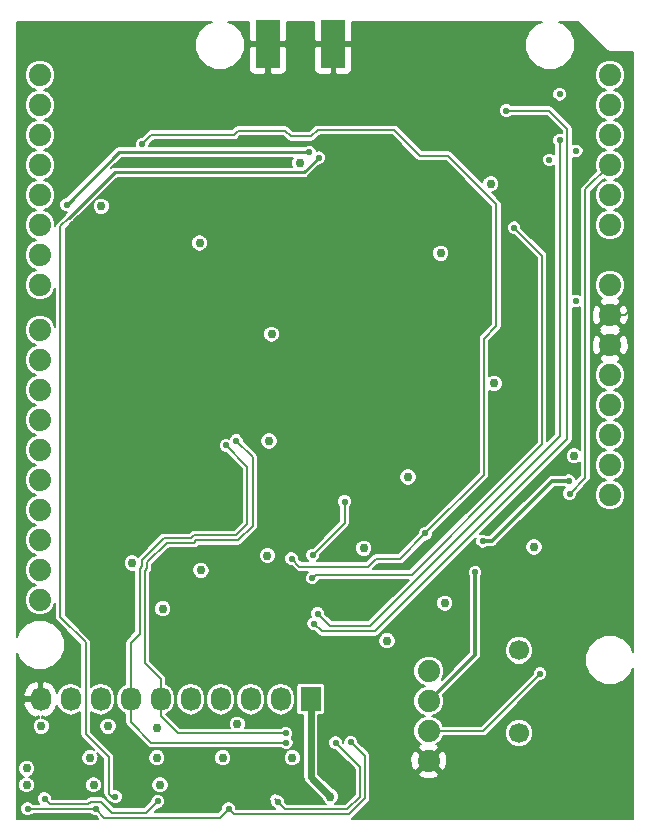
<source format=gbl>
G04 #@! TF.FileFunction,Copper,L4,Bot,Signal*
%FSLAX46Y46*%
G04 Gerber Fmt 4.6, Leading zero omitted, Abs format (unit mm)*
G04 Created by KiCad (PCBNEW 4.0.0-rc1-stable) date 2/9/2016 2:30:25 PM*
%MOMM*%
G01*
G04 APERTURE LIST*
%ADD10C,0.150000*%
%ADD11C,1.700000*%
%ADD12C,1.879600*%
%ADD13R,1.727200X2.032000*%
%ADD14O,1.727200X2.032000*%
%ADD15R,2.000000X4.064000*%
%ADD16C,0.558800*%
%ADD17C,0.750000*%
%ADD18C,0.203200*%
%ADD19C,0.599440*%
%ADD20C,0.314960*%
%ADD21C,0.248920*%
%ADD22C,0.200000*%
G04 APERTURE END LIST*
D10*
D11*
X43100000Y-1095000D03*
X43100000Y5905000D03*
D12*
X35470000Y1625000D03*
X35470000Y-915000D03*
X35470000Y-3455000D03*
X35470000Y4165000D03*
D13*
X25480000Y1780000D03*
D14*
X22940000Y1780000D03*
X20400000Y1780000D03*
X17860000Y1780000D03*
X15320000Y1780000D03*
X12780000Y1780000D03*
X10240000Y1780000D03*
X7700000Y1780000D03*
X5160000Y1780000D03*
X2620000Y1780000D03*
D15*
X21878000Y57240000D03*
X27402000Y57240000D03*
D12*
X50830000Y26680000D03*
X50830000Y29220000D03*
X50830000Y41920000D03*
X50830000Y44460000D03*
X50830000Y47000000D03*
X50830000Y49540000D03*
X50830000Y52080000D03*
X50830000Y54620000D03*
X2570000Y15250000D03*
X2570000Y49540000D03*
X2570000Y47000000D03*
X2570000Y44460000D03*
X2570000Y41920000D03*
X2570000Y39380000D03*
X2570000Y36840000D03*
X2570000Y33030000D03*
X2570000Y30490000D03*
X2570000Y27950000D03*
X2570000Y25410000D03*
X2570000Y22870000D03*
X2570000Y20330000D03*
X50830000Y31760000D03*
X50830000Y34300000D03*
X2570000Y17790000D03*
X50830000Y24140000D03*
X2570000Y54620000D03*
X2570000Y52080000D03*
X50830000Y36840000D03*
X2570000Y12710000D03*
X2570000Y10170000D03*
X50830000Y21600000D03*
X50830000Y19060000D03*
D16*
X45900000Y35380000D03*
X37300000Y-4920000D03*
X40500000Y-5020000D03*
X51100000Y-920000D03*
X50900000Y1380000D03*
X48400000Y1380000D03*
X45800000Y1580000D03*
X45800000Y3280000D03*
X48400000Y3380000D03*
X49200000Y7780000D03*
X51100000Y9380000D03*
X51100000Y12280000D03*
X51100000Y14580000D03*
X49300000Y17280000D03*
X43200000Y25430000D03*
X44450000Y24205000D03*
X48400000Y15880000D03*
X48400000Y13480000D03*
X48400000Y11080000D03*
X45250000Y11055000D03*
X45300000Y13305000D03*
X38150000Y17555000D03*
X41500000Y17105000D03*
X46575000Y21805000D03*
X42775000Y22505000D03*
X42925000Y-4095000D03*
X44400000Y-7020000D03*
X40625000Y-7020000D03*
X33725000Y-7470000D03*
X32900000Y-2370000D03*
X32900000Y180000D03*
X32925000Y2705000D03*
X33000000Y5505000D03*
X31550000Y4405000D03*
X49250000Y-6995000D03*
X50775000Y-2945000D03*
X44100000Y-2720000D03*
X36300000Y15905000D03*
X31275000Y12930000D03*
X35150000Y14605000D03*
X42250000Y40355000D03*
X39600000Y40980000D03*
X36200000Y41180000D03*
X34900000Y39880000D03*
X33375000Y38430000D03*
X32000000Y36980000D03*
X30750000Y35255000D03*
X30725000Y33405000D03*
X30750000Y31255000D03*
X28700000Y30030000D03*
X28775000Y27930000D03*
X30900000Y29305000D03*
X33100000Y30955000D03*
X33225000Y35355000D03*
X34475000Y32405000D03*
X32625000Y33155000D03*
X45650000Y42830000D03*
X44150000Y44405000D03*
X40575000Y47130000D03*
X39100000Y47930000D03*
X39300000Y44180000D03*
X36225000Y46505000D03*
X35925000Y44330000D03*
X46175000Y53830000D03*
X48350000Y53255000D03*
X47675000Y50805000D03*
X44850000Y50805000D03*
X48650000Y45930000D03*
X30525000Y55005000D03*
X34325000Y54955000D03*
X37775000Y54880000D03*
X37650000Y52205000D03*
X37700000Y49080000D03*
X35825000Y49080000D03*
X35225000Y52105000D03*
X26275000Y6705000D03*
X27775000Y9705000D03*
X29450000Y17805000D03*
X34650000Y17180000D03*
X33075000Y17580000D03*
X30300000Y19480000D03*
X30650000Y23455000D03*
X30700000Y27580000D03*
X17820000Y16270000D03*
X19300000Y17155000D03*
X20050000Y14780000D03*
X48000000Y27505000D03*
X48050000Y24430000D03*
X45700000Y26330000D03*
X45825000Y29255000D03*
X40850000Y29680000D03*
X40875000Y27205000D03*
X40850000Y24930000D03*
X40975000Y22055000D03*
X39825000Y19330000D03*
X38775000Y21755000D03*
X33725000Y19305000D03*
X31175000Y20355000D03*
X33350000Y22430000D03*
X32275000Y25305000D03*
X33450000Y27055000D03*
X33525000Y29555000D03*
X35475000Y30605000D03*
X45650000Y40780000D03*
X40450000Y8355000D03*
X37725000Y10530000D03*
X38450000Y13005000D03*
X39175000Y14455000D03*
X17600000Y-7370000D03*
X23950000Y-6920000D03*
X11650000Y-6870000D03*
X16575000Y-7445000D03*
X10900000Y-7070000D03*
X1400000Y-2870000D03*
X1350000Y-6620000D03*
X6400000Y-6370000D03*
X17000000Y9580000D03*
X1350000Y-570000D03*
X7150000Y-370000D03*
X17950000Y6930000D03*
X9500000Y11930000D03*
X9500000Y7880000D03*
X12200000Y10430000D03*
X12050000Y12280000D03*
X5900000Y30805000D03*
X5900000Y27180000D03*
X5900000Y23580000D03*
X5900000Y19380000D03*
X5900000Y15480000D03*
X5900000Y10680000D03*
X5900000Y8080000D03*
X5825000Y4930000D03*
X7825000Y5655000D03*
X7750000Y9380000D03*
X7750000Y12980000D03*
X7750000Y17580000D03*
X7850000Y22080000D03*
X7850000Y26130000D03*
X7900000Y28880000D03*
X30525000Y1230000D03*
X28900000Y730000D03*
X26600000Y-345000D03*
X31125000Y-2070000D03*
X28525000Y11055000D03*
X30875000Y6205000D03*
X29625000Y6080000D03*
X28200000Y6405000D03*
X27275000Y5605000D03*
X27300000Y4455000D03*
X24275000Y-445000D03*
X17825000Y-495000D03*
X11450000Y-2345000D03*
X5800000Y-1895000D03*
X28250000Y-4270000D03*
X23800000Y-4595000D03*
X30150000Y-7495000D03*
X5400000Y-6445000D03*
X33050000Y7680000D03*
X34525000Y9630000D03*
X32925000Y11555000D03*
X22890000Y9480000D03*
X30600000Y57780000D03*
X34600000Y57780000D03*
X37600000Y57780000D03*
X40600000Y57780000D03*
X42600000Y55780000D03*
X44350000Y41530000D03*
X30160000Y52350000D03*
X32520000Y52320000D03*
X33440000Y50320000D03*
X31630000Y50890000D03*
X31690000Y48640000D03*
X31730000Y47360000D03*
X32000000Y42420000D03*
X31960000Y39600000D03*
X33400000Y41020000D03*
X33730000Y42520000D03*
X33560000Y44290000D03*
X30880000Y44450000D03*
X29910000Y43560000D03*
X29870000Y40810000D03*
X30110000Y37910000D03*
X28590000Y36950000D03*
X28590000Y34840000D03*
X28650000Y33320000D03*
X27850000Y30900000D03*
X27910000Y28910000D03*
X27790000Y27160000D03*
X27810000Y25150000D03*
X28070000Y21790000D03*
X33320000Y47460000D03*
X7600000Y48380000D03*
X4800000Y45380000D03*
X21820000Y17520000D03*
X17740000Y14550000D03*
X23870000Y17670000D03*
X22690000Y14550000D03*
X22930000Y17540000D03*
X23690000Y19210000D03*
X12790000Y6180000D03*
X14530000Y6210000D03*
X16400000Y6360000D03*
X47970000Y30770000D03*
X47970000Y33070000D03*
X43155000Y33332500D03*
X43155000Y32607500D03*
X42505000Y33332500D03*
X41310000Y30560000D03*
X42505000Y32607500D03*
X50350000Y39280000D03*
X42850000Y37530000D03*
X41850000Y35280000D03*
X38350000Y34530000D03*
X38350000Y36280000D03*
X38350000Y38030000D03*
X41850000Y37280000D03*
X39350000Y31030000D03*
X37350000Y31030000D03*
X28700000Y54220000D03*
X26120000Y51630000D03*
X27100000Y18150000D03*
X34990000Y26210000D03*
X29580000Y20540000D03*
X26330000Y19780000D03*
X37550000Y5130000D03*
X22880000Y10970000D03*
X21370000Y10870000D03*
X21370000Y9420000D03*
X24400000Y22050000D03*
X21660000Y19260000D03*
X22230000Y22320000D03*
X19380000Y21160000D03*
X18200000Y24180000D03*
X19200000Y24580000D03*
X17400000Y21980000D03*
X17400000Y23380000D03*
X20400000Y31580000D03*
X19800000Y29650000D03*
X19050000Y28305000D03*
X19000000Y26380000D03*
X18000000Y25980000D03*
X17400000Y25180000D03*
X25000000Y27380000D03*
X25200000Y24980000D03*
X22800000Y24580000D03*
X21400000Y24580000D03*
X25219300Y29770000D03*
X24400000Y30380000D03*
X23370180Y29770000D03*
X24400000Y28980000D03*
X23600000Y27780000D03*
X22200000Y29180000D03*
X22000000Y27780000D03*
X22200000Y30380000D03*
X22400000Y31580000D03*
X24200000Y31580000D03*
X11000000Y15380000D03*
X12200000Y15780000D03*
X15530000Y14390000D03*
X16600000Y16580000D03*
X14800000Y16180000D03*
X14800000Y17580000D03*
X16000000Y17980000D03*
X8600000Y32390000D03*
X9200000Y29980000D03*
X10400000Y29580000D03*
X10600000Y27180000D03*
X9400000Y27180000D03*
X9400000Y25380000D03*
X10600000Y25180000D03*
X10600000Y22380000D03*
X10800000Y20980000D03*
X12600000Y19980000D03*
X14600000Y19980000D03*
X17000000Y19980000D03*
X16200000Y41580000D03*
X16200000Y44180000D03*
X15000000Y32380000D03*
X14400000Y30780000D03*
X16800000Y30580000D03*
X15200000Y29230000D03*
X15200000Y26980000D03*
X15200000Y24380000D03*
X14400000Y23180000D03*
X15600000Y21380000D03*
X13400000Y21380000D03*
X12800000Y22580000D03*
X12800000Y24380000D03*
X12800000Y26605000D03*
X12800000Y27580000D03*
X12800000Y29180000D03*
X12800000Y30390000D03*
X12800000Y32710000D03*
X12000000Y33580000D03*
X12000000Y35180000D03*
X12000000Y36580000D03*
X11600000Y37980000D03*
X11800000Y39580000D03*
X13200000Y40180000D03*
X13200000Y41380000D03*
X12600000Y42780000D03*
X14200000Y43980000D03*
X15400000Y45380000D03*
X15990180Y33000000D03*
X17000000Y32380000D03*
X17839300Y33000000D03*
X17000000Y33780000D03*
X17000000Y34780000D03*
X14800000Y33580000D03*
X14810000Y34550000D03*
X14000000Y36540000D03*
X14000000Y37780000D03*
X14000000Y38980000D03*
X14200000Y40380000D03*
X15000000Y41580000D03*
X8800000Y44980000D03*
X9400000Y39580000D03*
X9400000Y41180000D03*
X9400000Y42380000D03*
X9400000Y43380000D03*
X10400000Y44580000D03*
X11800000Y45580000D03*
X10000000Y47180000D03*
X12000000Y47180000D03*
X13600000Y50180000D03*
X10600000Y49380000D03*
X4600000Y51580000D03*
X10600000Y55580000D03*
X8000000Y55580000D03*
X5000000Y55580000D03*
X13600000Y55580000D03*
X12600000Y50780000D03*
X15000000Y52180000D03*
X15700000Y53380000D03*
X18500000Y53380000D03*
X21000000Y53480000D03*
X22700000Y52580000D03*
X21900000Y50880000D03*
X19700000Y50880000D03*
X19600000Y48980000D03*
X18200000Y48880000D03*
X16100000Y48780000D03*
X15800000Y47380000D03*
X18000000Y47080000D03*
X16700000Y45480000D03*
X18100000Y45180000D03*
X18000000Y43680000D03*
X18000000Y41480000D03*
X19800000Y40380000D03*
X17300000Y39880000D03*
X17400000Y37280000D03*
X17500000Y38380000D03*
X18800000Y38780000D03*
X21600000Y38780000D03*
X21400000Y40380000D03*
X21500000Y43880000D03*
X23800000Y43980000D03*
X25200000Y42180000D03*
X25200000Y40380000D03*
X23900000Y36980000D03*
X25200000Y37580000D03*
X26300000Y36480000D03*
X26300000Y35180000D03*
X24600000Y34080000D03*
X20900000Y32980000D03*
X20900000Y34980000D03*
X20900000Y36180000D03*
X23900000Y39680000D03*
X23800000Y41880000D03*
X22700000Y42580000D03*
X21800000Y47180000D03*
X23300000Y47080000D03*
X23100000Y45280000D03*
X21300000Y45680000D03*
X20300000Y44680000D03*
X20300000Y42580000D03*
X21800000Y48780000D03*
X22600000Y49180000D03*
X29400000Y48980000D03*
X27800000Y48980000D03*
X26800000Y49380000D03*
X27000000Y47780000D03*
X27200000Y46380000D03*
X25600000Y44380000D03*
X27000000Y43380000D03*
X27000000Y41180000D03*
X26400000Y39780000D03*
X26200000Y38580000D03*
X9459300Y35120000D03*
X8600000Y35980000D03*
X7610180Y35120000D03*
X8600000Y34280000D03*
X8600000Y33280000D03*
X6400000Y34380000D03*
X6000000Y33280000D03*
X6400000Y35780000D03*
X6000000Y36880000D03*
X8600000Y37180000D03*
X5810000Y39090000D03*
X5800000Y40480000D03*
X5800000Y41680000D03*
X6700000Y43280000D03*
X24650000Y50320000D03*
X14600000Y12380000D03*
X15800000Y13780000D03*
X22100000Y53980000D03*
D17*
X44400000Y14655000D03*
X40725000Y45405000D03*
X29975000Y14555000D03*
X12950000Y9430000D03*
X33725000Y20580000D03*
X27140000Y-6470000D03*
X12730000Y-5480000D03*
X7100000Y-5480000D03*
X1430000Y-5480000D03*
X31940000Y6730000D03*
X21820000Y13930000D03*
X16200000Y12680000D03*
X36825000Y9905000D03*
X10375000Y13305000D03*
X19275000Y-345000D03*
D16*
X40050000Y15155000D03*
X47350000Y20255000D03*
X39400000Y12530000D03*
X44900000Y3930000D03*
X11220000Y48780000D03*
X23880000Y13660000D03*
X35200000Y15820000D03*
X47400000Y19180000D03*
X25750000Y8180000D03*
X42025000Y51605000D03*
X46575000Y49105000D03*
X26075000Y9005000D03*
X25650000Y13980000D03*
X28350000Y18505000D03*
D17*
X47800000Y22380000D03*
X21950000Y23630000D03*
X41025000Y28505000D03*
X1440000Y-4090000D03*
X6790000Y-3180000D03*
X12460000Y-3180000D03*
X18040000Y-3180000D03*
X23920000Y-3180000D03*
X36490000Y39530000D03*
X24540000Y47160000D03*
X22175000Y32680000D03*
X12475000Y-695000D03*
X8325000Y-520000D03*
X16075000Y40405000D03*
X7750000Y43505000D03*
X2675000Y-520000D03*
D16*
X23390000Y-1110000D03*
X28890000Y-1860000D03*
X18540000Y-7510000D03*
X7280000Y-7510000D03*
X1520000Y-7510000D03*
X19175000Y23655000D03*
X12550000Y-6870000D03*
X2950000Y-6660000D03*
X23410000Y-1920000D03*
X27590000Y-1920000D03*
X22700000Y-6920000D03*
X18325000Y23255000D03*
X4825000Y43630000D03*
X25350000Y48105000D03*
X26175000Y47605000D03*
X8950000Y-6495000D03*
X47960000Y48190000D03*
X47960000Y35490000D03*
X25600000Y12030000D03*
X42700000Y41680000D03*
X45700000Y47430000D03*
X46575000Y53005000D03*
D18*
X45825000Y-6995000D02*
X42925000Y-4095000D01*
X49250000Y-6995000D02*
X45825000Y-6995000D01*
X44325000Y-2945000D02*
X50775000Y-2945000D01*
X44100000Y-2720000D02*
X44325000Y-2945000D01*
X34525000Y9155000D02*
X33050000Y7680000D01*
X34525000Y9630000D02*
X34525000Y9155000D01*
X27402000Y57240000D02*
X30060000Y57240000D01*
X30070000Y57250000D02*
X30600000Y57780000D01*
X34600000Y57780000D02*
X37600000Y57780000D01*
X40600000Y57780000D02*
X42600000Y55780000D01*
X30060000Y57240000D02*
X30070000Y57250000D01*
X32000000Y39640000D02*
X32000000Y42420000D01*
X31960000Y39600000D02*
X32000000Y39640000D01*
X33400000Y42190000D02*
X33400000Y41020000D01*
X33730000Y42520000D02*
X33400000Y42190000D01*
X31040000Y44290000D02*
X33560000Y44290000D01*
X30880000Y44450000D02*
X31040000Y44290000D01*
X29910000Y40850000D02*
X29910000Y43560000D01*
X29870000Y40810000D02*
X29910000Y40850000D01*
X29550000Y37910000D02*
X30110000Y37910000D01*
X28590000Y36950000D02*
X29550000Y37910000D01*
X28590000Y33380000D02*
X28590000Y34840000D01*
X28650000Y33320000D02*
X28590000Y33380000D01*
X27850000Y28970000D02*
X27850000Y30900000D01*
X27910000Y28910000D02*
X27850000Y28970000D01*
X27790000Y25170000D02*
X27790000Y27160000D01*
X27810000Y25150000D02*
X27790000Y25170000D01*
X28070000Y21520000D02*
X28070000Y21790000D01*
X26330000Y19780000D02*
X28070000Y21520000D01*
X22690000Y14550000D02*
X22730000Y14590000D01*
X22930000Y17540000D02*
X23690000Y18300000D01*
X23690000Y18300000D02*
X23690000Y19210000D01*
X12790000Y6180000D02*
X12700000Y6270000D01*
X16250000Y6210000D02*
X14530000Y6210000D01*
X16400000Y6360000D02*
X16250000Y6210000D01*
X47970000Y30770000D02*
X47970000Y33070000D01*
X43155000Y33332500D02*
X42505000Y33332500D01*
X43155000Y32607500D02*
X42505000Y32607500D01*
X42505000Y33332500D02*
X42505000Y32607500D01*
X41310000Y32250000D02*
X41310000Y30560000D01*
X42392500Y33332500D02*
X41310000Y32250000D01*
X42505000Y32607500D02*
X43972500Y32607500D01*
X43972500Y32607500D02*
X44370000Y32210000D01*
X50350000Y39280000D02*
X50600000Y39030000D01*
X50600000Y39030000D02*
X51850000Y39030000D01*
X51850000Y39030000D02*
X52600000Y38280000D01*
X52600000Y38280000D02*
X52600000Y34780000D01*
X52600000Y34780000D02*
X52110000Y34290000D01*
X52110000Y34290000D02*
X50800000Y34290000D01*
X44370000Y32230000D02*
X44370000Y32210000D01*
X28700000Y54210000D02*
X28700000Y54220000D01*
X26330000Y19780000D02*
X26330000Y18920000D01*
X26330000Y18920000D02*
X27100000Y18150000D01*
X21370000Y9520000D02*
X21370000Y9420000D01*
X21660000Y19260000D02*
X21660000Y21750000D01*
X21660000Y21750000D02*
X22230000Y22320000D01*
X17400000Y21980000D02*
X18560000Y21980000D01*
X18560000Y21980000D02*
X19380000Y21160000D01*
X18600000Y24580000D02*
X18200000Y24180000D01*
X19200000Y24580000D02*
X18600000Y24580000D01*
X17400000Y21980000D02*
X17400000Y23380000D01*
X19800000Y30980000D02*
X20400000Y31580000D01*
X19800000Y29650000D02*
X19800000Y30980000D01*
X19000000Y26380000D02*
X19050000Y28305000D01*
X18000000Y25780000D02*
X18000000Y25980000D01*
X17400000Y25180000D02*
X18000000Y25780000D01*
X25000000Y25180000D02*
X25000000Y27380000D01*
X25200000Y24980000D02*
X25000000Y25180000D01*
X21400000Y24580000D02*
X22800000Y24580000D01*
X25219300Y29770000D02*
X24609300Y30380000D01*
X24609300Y30380000D02*
X24400000Y30380000D01*
X23370180Y29770000D02*
X24160180Y28980000D01*
X24160180Y28980000D02*
X24400000Y28980000D01*
X23600000Y27780000D02*
X22200000Y29180000D01*
X22400000Y31580000D02*
X24200000Y31580000D01*
X11000000Y15380000D02*
X11400000Y15780000D01*
X11400000Y15780000D02*
X12200000Y15780000D01*
X14800000Y17580000D02*
X14800000Y16180000D01*
X8600000Y32390000D02*
X9200000Y31580000D01*
X9200000Y31580000D02*
X9200000Y29980000D01*
X10400000Y29580000D02*
X10600000Y29380000D01*
X10600000Y29380000D02*
X10600000Y27180000D01*
X9400000Y27180000D02*
X9400000Y25380000D01*
X10600000Y25180000D02*
X10600000Y22380000D01*
X10800000Y20980000D02*
X11800000Y19980000D01*
X11800000Y19980000D02*
X12600000Y19980000D01*
X14600000Y19980000D02*
X17000000Y19980000D01*
X16200000Y44180000D02*
X16200000Y41580000D01*
X15000000Y31380000D02*
X15000000Y32380000D01*
X14400000Y30780000D02*
X15000000Y31380000D01*
X16800000Y30380000D02*
X16800000Y30580000D01*
X15200000Y29230000D02*
X16800000Y30380000D01*
X15200000Y24380000D02*
X15200000Y26980000D01*
X14400000Y22580000D02*
X14400000Y23180000D01*
X15600000Y21380000D02*
X14400000Y22580000D01*
X13400000Y21980000D02*
X13400000Y21380000D01*
X12800000Y22580000D02*
X13400000Y21980000D01*
X12800000Y26605000D02*
X12800000Y24380000D01*
X12800000Y29180000D02*
X12800000Y27580000D01*
X12800000Y32710000D02*
X12800000Y30390000D01*
X12000000Y35180000D02*
X12000000Y33580000D01*
X12000000Y37580000D02*
X12000000Y36580000D01*
X11600000Y37980000D02*
X12000000Y37580000D01*
X12600000Y39580000D02*
X11800000Y39580000D01*
X13200000Y40180000D02*
X12600000Y39580000D01*
X13200000Y42180000D02*
X13200000Y41380000D01*
X12600000Y42780000D02*
X13200000Y42180000D01*
X14200000Y44180000D02*
X14200000Y43980000D01*
X15400000Y45380000D02*
X14200000Y44180000D01*
X15990180Y33000000D02*
X16610180Y32380000D01*
X16610180Y32380000D02*
X17000000Y32380000D01*
X17839300Y33000000D02*
X17059300Y33780000D01*
X17059300Y33780000D02*
X17000000Y33780000D01*
X17000000Y34780000D02*
X15800000Y33580000D01*
X15800000Y33580000D02*
X14800000Y33580000D01*
X14810000Y34550000D02*
X14000000Y35580000D01*
X14000000Y35580000D02*
X14000000Y36540000D01*
X14000000Y37780000D02*
X14000000Y38980000D01*
X14200000Y40380000D02*
X15000000Y41180000D01*
X15000000Y41180000D02*
X15000000Y41580000D01*
X9400000Y41180000D02*
X9400000Y39580000D01*
X9400000Y43380000D02*
X9400000Y42380000D01*
X10800000Y44580000D02*
X10400000Y44580000D01*
X11800000Y45580000D02*
X10800000Y44580000D01*
X12000000Y47180000D02*
X10000000Y47180000D01*
X10600000Y55580000D02*
X8000000Y55580000D01*
X5000000Y55580000D02*
X4600000Y55180000D01*
X4600000Y55180000D02*
X4600000Y51580000D01*
X17000000Y45180000D02*
X16700000Y45480000D01*
X18100000Y45180000D02*
X17000000Y45180000D01*
X18000000Y41480000D02*
X18000000Y43680000D01*
X19300000Y39880000D02*
X19800000Y40380000D01*
X17300000Y39880000D02*
X19300000Y39880000D01*
X17500000Y37380000D02*
X17400000Y37280000D01*
X17500000Y38380000D02*
X17500000Y37380000D01*
X21600000Y38780000D02*
X18800000Y38780000D01*
X21400000Y43780000D02*
X21400000Y40380000D01*
X21500000Y43880000D02*
X21400000Y43780000D01*
X23800000Y43580000D02*
X23800000Y43980000D01*
X25200000Y42180000D02*
X23800000Y43580000D01*
X25200000Y38280000D02*
X25200000Y40380000D01*
X23900000Y36980000D02*
X25200000Y38280000D01*
X26300000Y36480000D02*
X25200000Y37580000D01*
X25700000Y35180000D02*
X26300000Y35180000D01*
X24600000Y34080000D02*
X25700000Y35180000D01*
X20900000Y34980000D02*
X20900000Y32980000D01*
X20900000Y36680000D02*
X20900000Y36180000D01*
X23900000Y39680000D02*
X20900000Y36680000D01*
X23400000Y41880000D02*
X23800000Y41880000D01*
X22700000Y42580000D02*
X23400000Y41880000D01*
X21800000Y47180000D02*
X21900000Y47080000D01*
X21900000Y47080000D02*
X23300000Y47080000D01*
X23100000Y45280000D02*
X22700000Y45680000D01*
X22700000Y45680000D02*
X21300000Y45680000D01*
X20300000Y44680000D02*
X20300000Y42580000D01*
X27000000Y43380000D02*
X27000000Y41180000D01*
X26400000Y39780000D02*
X26200000Y39580000D01*
X26200000Y39580000D02*
X26200000Y38580000D01*
X9459300Y35120000D02*
X9459300Y35120700D01*
X9459300Y35120700D02*
X8600000Y35980000D01*
X7610180Y35120000D02*
X7760000Y35120000D01*
X7760000Y35120000D02*
X8600000Y34280000D01*
X8600000Y33280000D02*
X7500000Y33280000D01*
X7500000Y33280000D02*
X6400000Y34380000D01*
X6000000Y33280000D02*
X5700000Y33580000D01*
X5700000Y33580000D02*
X5700000Y35080000D01*
X5700000Y35080000D02*
X6400000Y35780000D01*
X6000000Y36880000D02*
X6300000Y37180000D01*
X6300000Y37180000D02*
X8600000Y37180000D01*
X5810000Y39090000D02*
X5800000Y40480000D01*
X5800000Y41680000D02*
X5800000Y42380000D01*
X5800000Y42380000D02*
X6700000Y43280000D01*
X14600000Y12580000D02*
X14600000Y12380000D01*
X15800000Y13780000D02*
X14600000Y12580000D01*
D19*
X25480000Y1780000D02*
X25480000Y-4810000D01*
X25480000Y-4810000D02*
X27140000Y-6470000D01*
D20*
X40050000Y15155000D02*
X40825000Y15155000D01*
X40825000Y15155000D02*
X45925000Y20255000D01*
X45925000Y20255000D02*
X47350000Y20255000D01*
X39400000Y5555000D02*
X39400000Y12530000D01*
X35470000Y1625000D02*
X39400000Y5555000D01*
D18*
X40055000Y-915000D02*
X35470000Y-915000D01*
X40055000Y-915000D02*
X44910000Y3940000D01*
X44900000Y3930000D02*
X44910000Y3940000D01*
X23880000Y13660000D02*
X24535000Y13005000D01*
X24535000Y13005000D02*
X30350000Y13005000D01*
X30350000Y13005000D02*
X31005000Y13660000D01*
X35200000Y15820000D02*
X40160000Y20780000D01*
X41210000Y41450000D02*
X41210000Y33360000D01*
X11220000Y48780000D02*
X12000000Y49560000D01*
X12000000Y49560000D02*
X18970000Y49560000D01*
X18970000Y49560000D02*
X19330000Y49920000D01*
X19330000Y49920000D02*
X23290000Y49920000D01*
X23290000Y49920000D02*
X23790000Y49420000D01*
X23790000Y49420000D02*
X25540000Y49420000D01*
X25540000Y49420000D02*
X26090000Y49970000D01*
X26090000Y49970000D02*
X32540000Y49970000D01*
X32540000Y49970000D02*
X34730000Y47780000D01*
X34730000Y47780000D02*
X37100000Y47780000D01*
X37100000Y47780000D02*
X41210000Y43670000D01*
X41210000Y43670000D02*
X41210000Y41450000D01*
X40160000Y32310000D02*
X40160000Y26360000D01*
X41210000Y33360000D02*
X40160000Y32310000D01*
X40160000Y20780000D02*
X40160000Y26360000D01*
X31005000Y13660000D02*
X33040000Y13660000D01*
X33040000Y13660000D02*
X35200000Y15820000D01*
X35190000Y15830000D02*
X35200000Y15820000D01*
X47400000Y19180000D02*
X48750000Y20530000D01*
X48750000Y20530000D02*
X48750000Y22030000D01*
X48750000Y44940000D02*
X48750000Y22030000D01*
X50800000Y46990000D02*
X48750000Y44940000D01*
X42025000Y51605000D02*
X45700000Y51605000D01*
X25750000Y8180000D02*
X26400000Y7530000D01*
X47225000Y23805000D02*
X47225000Y50080000D01*
X30950000Y7530000D02*
X47225000Y23805000D01*
X26400000Y7530000D02*
X30950000Y7530000D01*
X45700000Y51605000D02*
X47225000Y50080000D01*
X26075000Y9005000D02*
X27090000Y7990000D01*
X46575000Y49105000D02*
X46575000Y24030000D01*
X46575000Y24030000D02*
X30535000Y7990000D01*
X27090000Y7990000D02*
X30535000Y7990000D01*
X25650000Y13980000D02*
X28350000Y16680000D01*
X28350000Y16680000D02*
X28350000Y18505000D01*
X7280000Y-7510000D02*
X8015000Y-8245000D01*
X17805000Y-8245000D02*
X18540000Y-7510000D01*
X8015000Y-8245000D02*
X17805000Y-8245000D01*
X12780000Y1780000D02*
X12780000Y320000D01*
X14210000Y-1110000D02*
X23390000Y-1110000D01*
X12780000Y320000D02*
X14210000Y-1110000D01*
X29190000Y-7510000D02*
X28746138Y-7953862D01*
X29190000Y-7510000D02*
X30090000Y-6610000D01*
X30090000Y-6610000D02*
X30090000Y-3050000D01*
X30090000Y-3050000D02*
X28900000Y-1860000D01*
X28900000Y-1860000D02*
X28890000Y-1860000D01*
X18983862Y-7953862D02*
X18540000Y-7510000D01*
X28746138Y-7953862D02*
X18983862Y-7953862D01*
X1520000Y-7510000D02*
X7280000Y-7510000D01*
X11450000Y12666138D02*
X11450000Y4820000D01*
X11450000Y4820000D02*
X12780000Y3490000D01*
X11633862Y13353862D02*
X11633862Y12850000D01*
X11633862Y12850000D02*
X11450000Y12666138D01*
X20563862Y16443862D02*
X19356138Y15236138D01*
X19356138Y15236138D02*
X15816138Y15236138D01*
X15816138Y15236138D02*
X15580000Y15000000D01*
X15580000Y15000000D02*
X13280000Y15000000D01*
X13280000Y15000000D02*
X11633862Y13353862D01*
X20563862Y22266138D02*
X20563862Y16443862D01*
X19175000Y23655000D02*
X20563862Y22266138D01*
X12780000Y3490000D02*
X12780000Y1780000D01*
X12313862Y-7106138D02*
X11578862Y-7841138D01*
X3396138Y-7106138D02*
X6638862Y-7106138D01*
X6638862Y-7106138D02*
X6850000Y-6895000D01*
X6850000Y-6895000D02*
X7713862Y-6895000D01*
X7713862Y-6895000D02*
X7925000Y-7106138D01*
X12313862Y-7106138D02*
X12550000Y-6870000D01*
X2950000Y-6660000D02*
X3396138Y-7106138D01*
X8660000Y-7841138D02*
X7925000Y-7106138D01*
X11578862Y-7841138D02*
X8660000Y-7841138D01*
X10240000Y-160000D02*
X10240000Y1780000D01*
X12000000Y-1920000D02*
X10240000Y-160000D01*
X23410000Y-1920000D02*
X12000000Y-1920000D01*
X22700000Y-6920000D02*
X23330000Y-7550000D01*
X29660000Y-3990000D02*
X27590000Y-1920000D01*
X29660000Y-6468852D02*
X29660000Y-3990000D01*
X28578852Y-7550000D02*
X29660000Y-6468852D01*
X23330000Y-7550000D02*
X28578852Y-7550000D01*
X22440000Y-6660000D02*
X22700000Y-6920000D01*
X11000000Y7320000D02*
X11000000Y12820000D01*
X11000000Y12820000D02*
X11230000Y13050000D01*
X11230000Y13050000D02*
X11230000Y13560000D01*
X15610000Y15640000D02*
X15380000Y15410000D01*
X20120000Y16620000D02*
X19140000Y15640000D01*
X19140000Y15640000D02*
X15610000Y15640000D01*
X20120000Y16620000D02*
X20120000Y21460000D01*
X10240000Y1780000D02*
X10240000Y6560000D01*
X10240000Y6560000D02*
X11000000Y7320000D01*
X11230000Y13560000D02*
X13080000Y15410000D01*
X13080000Y15410000D02*
X15380000Y15410000D01*
X18325000Y23255000D02*
X20120000Y21460000D01*
X4825000Y43630000D02*
X4812500Y43642500D01*
X4812500Y43642500D02*
X4825000Y43630000D01*
X4825000Y43630000D02*
X4825000Y43655000D01*
D21*
X9275000Y48105000D02*
X25350000Y48105000D01*
X4825000Y43655000D02*
X9275000Y48105000D01*
D18*
X8375000Y-6220000D02*
X8650000Y-6495000D01*
X4300000Y41805000D02*
X4300000Y8705000D01*
X4300000Y8705000D02*
X6425000Y6580000D01*
X6425000Y6580000D02*
X6425000Y-1170000D01*
X6425000Y-1170000D02*
X8375000Y-3120000D01*
X8375000Y-3120000D02*
X8375000Y-6220000D01*
D21*
X5050000Y42555000D02*
X8875000Y46380000D01*
X8875000Y46380000D02*
X24950000Y46380000D01*
X24950000Y46380000D02*
X26175000Y47605000D01*
D18*
X5050000Y42555000D02*
X4300000Y41805000D01*
X8650000Y-6495000D02*
X8950000Y-6495000D01*
X25600000Y12030000D02*
X25900000Y12330000D01*
X25900000Y12330000D02*
X26750000Y12330000D01*
X26750000Y12330000D02*
X34025000Y12330000D01*
X42225000Y20530000D02*
X45075000Y23380000D01*
X34025000Y12330000D02*
X42225000Y20530000D01*
X45075000Y39305000D02*
X42700000Y41680000D01*
X45075000Y23380000D02*
X45075000Y39305000D01*
D22*
G36*
X16627000Y58941331D02*
X16035745Y58351107D01*
X15715366Y57579548D01*
X15714637Y56744117D01*
X16033669Y55972000D01*
X16623893Y55380745D01*
X17395452Y55060366D01*
X18230883Y55059637D01*
X19003000Y55378669D01*
X19594255Y55968893D01*
X19914634Y56740452D01*
X19914802Y56934000D01*
X20270000Y56934000D01*
X20270000Y55087062D01*
X20362562Y54863596D01*
X20533595Y54692563D01*
X20757061Y54600000D01*
X21572000Y54600000D01*
X21724000Y54752000D01*
X21724000Y57086000D01*
X22032000Y57086000D01*
X22032000Y54752000D01*
X22184000Y54600000D01*
X22998939Y54600000D01*
X23222405Y54692563D01*
X23393438Y54863596D01*
X23486000Y55087062D01*
X23486000Y56934000D01*
X25794000Y56934000D01*
X25794000Y55087062D01*
X25886562Y54863596D01*
X26057595Y54692563D01*
X26281061Y54600000D01*
X27096000Y54600000D01*
X27248000Y54752000D01*
X27248000Y57086000D01*
X27556000Y57086000D01*
X27556000Y54752000D01*
X27708000Y54600000D01*
X28522939Y54600000D01*
X28746405Y54692563D01*
X28917438Y54863596D01*
X29010000Y55087062D01*
X29010000Y56934000D01*
X28858000Y57086000D01*
X27556000Y57086000D01*
X27248000Y57086000D01*
X25946000Y57086000D01*
X25794000Y56934000D01*
X23486000Y56934000D01*
X23334000Y57086000D01*
X22032000Y57086000D01*
X21724000Y57086000D01*
X20422000Y57086000D01*
X20270000Y56934000D01*
X19914802Y56934000D01*
X19915363Y57575883D01*
X19596331Y58348000D01*
X19006107Y58939255D01*
X18523863Y59139500D01*
X20270000Y59139500D01*
X20270000Y57546000D01*
X20422000Y57394000D01*
X21724000Y57394000D01*
X21724000Y57414000D01*
X22032000Y57414000D01*
X22032000Y57394000D01*
X23334000Y57394000D01*
X23486000Y57546000D01*
X23486000Y59139500D01*
X25794000Y59139500D01*
X25794000Y57546000D01*
X25946000Y57394000D01*
X27248000Y57394000D01*
X27248000Y57414000D01*
X27556000Y57414000D01*
X27556000Y57394000D01*
X28858000Y57394000D01*
X29010000Y57546000D01*
X29010000Y59139500D01*
X45034505Y59139500D01*
X44567000Y58946331D01*
X43975745Y58356107D01*
X43655366Y57584548D01*
X43654637Y56749117D01*
X43973669Y55977000D01*
X44563893Y55385745D01*
X45335452Y55065366D01*
X46170883Y55064637D01*
X46943000Y55383669D01*
X47534255Y55973893D01*
X47854634Y56745452D01*
X47855363Y57580883D01*
X47536331Y58353000D01*
X46946107Y58944255D01*
X46475904Y59139500D01*
X48076118Y59139500D01*
X50467809Y56747808D01*
X50643160Y56630643D01*
X50850000Y56589500D01*
X52809500Y56589500D01*
X52809500Y5803394D01*
X52611331Y6283000D01*
X52021107Y6874255D01*
X51249548Y7194634D01*
X50414117Y7195363D01*
X49642000Y6876331D01*
X49050745Y6286107D01*
X48730366Y5514548D01*
X48729637Y4679117D01*
X49048669Y3907000D01*
X49638893Y3315745D01*
X50410452Y2995366D01*
X51245883Y2994637D01*
X52018000Y3313669D01*
X52609255Y3903893D01*
X52809500Y4386137D01*
X52809500Y-8354500D01*
X28943780Y-8354500D01*
X29065467Y-8273191D01*
X29509330Y-7829329D01*
X29509332Y-7829326D01*
X30409329Y-6929330D01*
X30507224Y-6782820D01*
X30519686Y-6720168D01*
X30541600Y-6610000D01*
X30541600Y-4566419D01*
X34576370Y-4566419D01*
X34671418Y-4816154D01*
X35253099Y-5018147D01*
X35867799Y-4982163D01*
X36268582Y-4816154D01*
X36363630Y-4566419D01*
X35470000Y-3672789D01*
X34576370Y-4566419D01*
X30541600Y-4566419D01*
X30541600Y-3238099D01*
X33906853Y-3238099D01*
X33942837Y-3852799D01*
X34108846Y-4253582D01*
X34358581Y-4348630D01*
X35252211Y-3455000D01*
X35687789Y-3455000D01*
X36581419Y-4348630D01*
X36831154Y-4253582D01*
X37033147Y-3671901D01*
X36997163Y-3057201D01*
X36831154Y-2656418D01*
X36581419Y-2561370D01*
X35687789Y-3455000D01*
X35252211Y-3455000D01*
X34358581Y-2561370D01*
X34108846Y-2656418D01*
X33906853Y-3238099D01*
X30541600Y-3238099D01*
X30541600Y-3050000D01*
X30507224Y-2877180D01*
X30456102Y-2800671D01*
X30409329Y-2730670D01*
X29519417Y-1840759D01*
X29519509Y-1735354D01*
X29423891Y-1503939D01*
X29246992Y-1326732D01*
X29015745Y-1230709D01*
X28765354Y-1230491D01*
X28533939Y-1326109D01*
X28356732Y-1503008D01*
X28260709Y-1734255D01*
X28260520Y-1951862D01*
X28219409Y-1910751D01*
X28219509Y-1795354D01*
X28123891Y-1563939D01*
X27946992Y-1386732D01*
X27715745Y-1290709D01*
X27465354Y-1290491D01*
X27233939Y-1386109D01*
X27056732Y-1563008D01*
X26960709Y-1794255D01*
X26960491Y-2044646D01*
X27056109Y-2276061D01*
X27233008Y-2453268D01*
X27464255Y-2549291D01*
X27580734Y-2549392D01*
X29208400Y-4177058D01*
X29208400Y-6281793D01*
X28391794Y-7098400D01*
X27528148Y-7098400D01*
X27552406Y-7088377D01*
X27757656Y-6883485D01*
X27868873Y-6615643D01*
X27869126Y-6325629D01*
X27758377Y-6057594D01*
X27553485Y-5852344D01*
X27371120Y-5776620D01*
X26133720Y-4539220D01*
X26133720Y403065D01*
X26343600Y403065D01*
X26474784Y427749D01*
X26595269Y505279D01*
X26676098Y623576D01*
X26704535Y764000D01*
X26704535Y2796000D01*
X26679851Y2927184D01*
X26602321Y3047669D01*
X26484024Y3128498D01*
X26343600Y3156935D01*
X24616400Y3156935D01*
X24485216Y3132251D01*
X24364731Y3054721D01*
X24283902Y2936424D01*
X24255465Y2796000D01*
X24255465Y764000D01*
X24280149Y632816D01*
X24357679Y512331D01*
X24475976Y431502D01*
X24616400Y403065D01*
X24826280Y403065D01*
X24826280Y-4810000D01*
X24876041Y-5060168D01*
X25017750Y-5272250D01*
X26446786Y-6701286D01*
X26521623Y-6882406D01*
X26726515Y-7087656D01*
X26752390Y-7098400D01*
X23517059Y-7098400D01*
X23329409Y-6910750D01*
X23329509Y-6795354D01*
X23233891Y-6563939D01*
X23056992Y-6386732D01*
X22825745Y-6290709D01*
X22684372Y-6290586D01*
X22612820Y-6242776D01*
X22440000Y-6208401D01*
X22267180Y-6242776D01*
X22120671Y-6340671D01*
X22022776Y-6487180D01*
X21988401Y-6660000D01*
X22022776Y-6832820D01*
X22070613Y-6904413D01*
X22070491Y-7044646D01*
X22166109Y-7276061D01*
X22343008Y-7453268D01*
X22460998Y-7502262D01*
X19170921Y-7502262D01*
X19169409Y-7500750D01*
X19169509Y-7385354D01*
X19073891Y-7153939D01*
X18896992Y-6976732D01*
X18665745Y-6880709D01*
X18415354Y-6880491D01*
X18183939Y-6976109D01*
X18006732Y-7153008D01*
X17910709Y-7384255D01*
X17910608Y-7500734D01*
X17617942Y-7793400D01*
X12265258Y-7793400D01*
X12559249Y-7499409D01*
X12674646Y-7499509D01*
X12906061Y-7403891D01*
X13083268Y-7226992D01*
X13179291Y-6995745D01*
X13179509Y-6745354D01*
X13083891Y-6513939D01*
X12906992Y-6336732D01*
X12675745Y-6240709D01*
X12425354Y-6240491D01*
X12193939Y-6336109D01*
X12016732Y-6513008D01*
X11920709Y-6744255D01*
X11920608Y-6860734D01*
X11391804Y-7389538D01*
X8847058Y-7389538D01*
X8244331Y-6786811D01*
X8244329Y-6786808D01*
X8033191Y-6575671D01*
X7886682Y-6477776D01*
X7713862Y-6443400D01*
X6850000Y-6443400D01*
X6677180Y-6477776D01*
X6530670Y-6575671D01*
X6451803Y-6654538D01*
X3583197Y-6654538D01*
X3579409Y-6650750D01*
X3579509Y-6535354D01*
X3483891Y-6303939D01*
X3306992Y-6126732D01*
X3075745Y-6030709D01*
X2825354Y-6030491D01*
X2593939Y-6126109D01*
X2416732Y-6303008D01*
X2320709Y-6534255D01*
X2320491Y-6784646D01*
X2416109Y-7016061D01*
X2458374Y-7058400D01*
X1958518Y-7058400D01*
X1876992Y-6976732D01*
X1645745Y-6880709D01*
X1395354Y-6880491D01*
X1163939Y-6976109D01*
X986732Y-7153008D01*
X890709Y-7384255D01*
X890491Y-7634646D01*
X986109Y-7866061D01*
X1163008Y-8043268D01*
X1394255Y-8139291D01*
X1644646Y-8139509D01*
X1876061Y-8043891D01*
X1958495Y-7961600D01*
X6841482Y-7961600D01*
X6923008Y-8043268D01*
X7154255Y-8139291D01*
X7270734Y-8139392D01*
X7485842Y-8354500D01*
X590500Y-8354500D01*
X590500Y-5624371D01*
X700874Y-5624371D01*
X811623Y-5892406D01*
X1016515Y-6097656D01*
X1284357Y-6208873D01*
X1574371Y-6209126D01*
X1842406Y-6098377D01*
X2047656Y-5893485D01*
X2158873Y-5625643D01*
X2158874Y-5624371D01*
X6370874Y-5624371D01*
X6481623Y-5892406D01*
X6686515Y-6097656D01*
X6954357Y-6208873D01*
X7244371Y-6209126D01*
X7512406Y-6098377D01*
X7717656Y-5893485D01*
X7828873Y-5625643D01*
X7829126Y-5335629D01*
X7718377Y-5067594D01*
X7513485Y-4862344D01*
X7245643Y-4751127D01*
X6955629Y-4750874D01*
X6687594Y-4861623D01*
X6482344Y-5066515D01*
X6371127Y-5334357D01*
X6370874Y-5624371D01*
X2158874Y-5624371D01*
X2159126Y-5335629D01*
X2048377Y-5067594D01*
X1843485Y-4862344D01*
X1662079Y-4787018D01*
X1852406Y-4708377D01*
X2057656Y-4503485D01*
X2168873Y-4235643D01*
X2169126Y-3945629D01*
X2058377Y-3677594D01*
X1853485Y-3472344D01*
X1585643Y-3361127D01*
X1295629Y-3360874D01*
X1027594Y-3471623D01*
X822344Y-3676515D01*
X711127Y-3944357D01*
X710874Y-4234371D01*
X821623Y-4502406D01*
X1026515Y-4707656D01*
X1207921Y-4782982D01*
X1017594Y-4861623D01*
X812344Y-5066515D01*
X701127Y-5334357D01*
X700874Y-5624371D01*
X590500Y-5624371D01*
X590500Y1395824D01*
X1166851Y1395824D01*
X1366162Y857371D01*
X1756359Y436178D01*
X2238951Y206189D01*
X2465998Y317016D01*
X2465998Y182421D01*
X2262594Y98377D01*
X2057344Y-106515D01*
X1946127Y-374357D01*
X1945874Y-664371D01*
X2056623Y-932406D01*
X2261515Y-1137656D01*
X2529357Y-1248873D01*
X2819371Y-1249126D01*
X3087406Y-1138377D01*
X3292656Y-933485D01*
X3403873Y-665643D01*
X3404126Y-375629D01*
X3293377Y-107594D01*
X3088485Y97656D01*
X2820643Y208873D01*
X2774002Y208914D01*
X2774002Y317016D01*
X3001049Y206189D01*
X3483641Y436178D01*
X3873838Y857371D01*
X4017230Y1244754D01*
X4038780Y1136413D01*
X4301855Y742693D01*
X4695575Y479618D01*
X5160000Y387238D01*
X5624425Y479618D01*
X5973400Y712795D01*
X5973400Y-1170000D01*
X6006169Y-1334742D01*
X6007776Y-1342820D01*
X6105671Y-1489329D01*
X7161076Y-2544734D01*
X6935643Y-2451127D01*
X6645629Y-2450874D01*
X6377594Y-2561623D01*
X6172344Y-2766515D01*
X6061127Y-3034357D01*
X6060874Y-3324371D01*
X6171623Y-3592406D01*
X6376515Y-3797656D01*
X6644357Y-3908873D01*
X6934371Y-3909126D01*
X7202406Y-3798377D01*
X7407656Y-3593485D01*
X7518873Y-3325643D01*
X7519126Y-3035629D01*
X7425587Y-2809246D01*
X7923400Y-3307059D01*
X7923400Y-6220000D01*
X7947403Y-6340671D01*
X7957776Y-6392820D01*
X8055671Y-6539329D01*
X8330671Y-6814330D01*
X8477137Y-6912195D01*
X8593008Y-7028268D01*
X8824255Y-7124291D01*
X9074646Y-7124509D01*
X9306061Y-7028891D01*
X9483268Y-6851992D01*
X9579291Y-6620745D01*
X9579509Y-6370354D01*
X9483891Y-6138939D01*
X9306992Y-5961732D01*
X9075745Y-5865709D01*
X8826600Y-5865492D01*
X8826600Y-5624371D01*
X12000874Y-5624371D01*
X12111623Y-5892406D01*
X12316515Y-6097656D01*
X12584357Y-6208873D01*
X12874371Y-6209126D01*
X13142406Y-6098377D01*
X13347656Y-5893485D01*
X13458873Y-5625643D01*
X13459126Y-5335629D01*
X13348377Y-5067594D01*
X13143485Y-4862344D01*
X12875643Y-4751127D01*
X12585629Y-4750874D01*
X12317594Y-4861623D01*
X12112344Y-5066515D01*
X12001127Y-5334357D01*
X12000874Y-5624371D01*
X8826600Y-5624371D01*
X8826600Y-3324371D01*
X11730874Y-3324371D01*
X11841623Y-3592406D01*
X12046515Y-3797656D01*
X12314357Y-3908873D01*
X12604371Y-3909126D01*
X12872406Y-3798377D01*
X13077656Y-3593485D01*
X13188873Y-3325643D01*
X13188874Y-3324371D01*
X17310874Y-3324371D01*
X17421623Y-3592406D01*
X17626515Y-3797656D01*
X17894357Y-3908873D01*
X18184371Y-3909126D01*
X18452406Y-3798377D01*
X18657656Y-3593485D01*
X18768873Y-3325643D01*
X18768874Y-3324371D01*
X23190874Y-3324371D01*
X23301623Y-3592406D01*
X23506515Y-3797656D01*
X23774357Y-3908873D01*
X24064371Y-3909126D01*
X24332406Y-3798377D01*
X24537656Y-3593485D01*
X24648873Y-3325643D01*
X24649126Y-3035629D01*
X24538377Y-2767594D01*
X24333485Y-2562344D01*
X24065643Y-2451127D01*
X23775629Y-2450874D01*
X23507594Y-2561623D01*
X23302344Y-2766515D01*
X23191127Y-3034357D01*
X23190874Y-3324371D01*
X18768874Y-3324371D01*
X18769126Y-3035629D01*
X18658377Y-2767594D01*
X18453485Y-2562344D01*
X18185643Y-2451127D01*
X17895629Y-2450874D01*
X17627594Y-2561623D01*
X17422344Y-2766515D01*
X17311127Y-3034357D01*
X17310874Y-3324371D01*
X13188874Y-3324371D01*
X13189126Y-3035629D01*
X13078377Y-2767594D01*
X12873485Y-2562344D01*
X12605643Y-2451127D01*
X12315629Y-2450874D01*
X12047594Y-2561623D01*
X11842344Y-2766515D01*
X11731127Y-3034357D01*
X11730874Y-3324371D01*
X8826600Y-3324371D01*
X8826600Y-3120000D01*
X8792224Y-2947180D01*
X8745451Y-2877180D01*
X8694329Y-2800670D01*
X6876600Y-982942D01*
X6876600Y-664371D01*
X7595874Y-664371D01*
X7706623Y-932406D01*
X7911515Y-1137656D01*
X8179357Y-1248873D01*
X8469371Y-1249126D01*
X8737406Y-1138377D01*
X8942656Y-933485D01*
X9053873Y-665643D01*
X9054126Y-375629D01*
X8943377Y-107594D01*
X8738485Y97656D01*
X8470643Y208873D01*
X8180629Y209126D01*
X7912594Y98377D01*
X7707344Y-106515D01*
X7596127Y-374357D01*
X7595874Y-664371D01*
X6876600Y-664371D01*
X6876600Y719477D01*
X7235575Y479618D01*
X7700000Y387238D01*
X8164425Y479618D01*
X8558145Y742693D01*
X8821220Y1136413D01*
X8913600Y1600838D01*
X8913600Y1959162D01*
X9026400Y1959162D01*
X9026400Y1600838D01*
X9118780Y1136413D01*
X9381855Y742693D01*
X9775575Y479618D01*
X9788400Y477067D01*
X9788400Y-160000D01*
X9822776Y-332820D01*
X9920671Y-479329D01*
X11680671Y-2239330D01*
X11788831Y-2311600D01*
X11827180Y-2337224D01*
X12000000Y-2371600D01*
X22971482Y-2371600D01*
X23053008Y-2453268D01*
X23284255Y-2549291D01*
X23534646Y-2549509D01*
X23766061Y-2453891D01*
X23943268Y-2276992D01*
X24039291Y-2045745D01*
X24039509Y-1795354D01*
X23943891Y-1563939D01*
X23885124Y-1505070D01*
X23923268Y-1466992D01*
X24019291Y-1235745D01*
X24019509Y-985354D01*
X23923891Y-753939D01*
X23746992Y-576732D01*
X23515745Y-480709D01*
X23265354Y-480491D01*
X23033939Y-576109D01*
X22951505Y-658400D01*
X19934215Y-658400D01*
X20003873Y-490643D01*
X20004126Y-200629D01*
X19893377Y67406D01*
X19688485Y272656D01*
X19420643Y383873D01*
X19130629Y384126D01*
X18862594Y273377D01*
X18657344Y68485D01*
X18546127Y-199357D01*
X18545874Y-489371D01*
X18615715Y-658400D01*
X14397059Y-658400D01*
X13253186Y485472D01*
X13638145Y742693D01*
X13901220Y1136413D01*
X13993600Y1600838D01*
X13993600Y1959162D01*
X14106400Y1959162D01*
X14106400Y1600838D01*
X14198780Y1136413D01*
X14461855Y742693D01*
X14855575Y479618D01*
X15320000Y387238D01*
X15784425Y479618D01*
X16178145Y742693D01*
X16441220Y1136413D01*
X16533600Y1600838D01*
X16533600Y1959162D01*
X16646400Y1959162D01*
X16646400Y1600838D01*
X16738780Y1136413D01*
X17001855Y742693D01*
X17395575Y479618D01*
X17860000Y387238D01*
X18324425Y479618D01*
X18718145Y742693D01*
X18981220Y1136413D01*
X19073600Y1600838D01*
X19073600Y1959162D01*
X19186400Y1959162D01*
X19186400Y1600838D01*
X19278780Y1136413D01*
X19541855Y742693D01*
X19935575Y479618D01*
X20400000Y387238D01*
X20864425Y479618D01*
X21258145Y742693D01*
X21521220Y1136413D01*
X21613600Y1600838D01*
X21613600Y1959162D01*
X21726400Y1959162D01*
X21726400Y1600838D01*
X21818780Y1136413D01*
X22081855Y742693D01*
X22475575Y479618D01*
X22940000Y387238D01*
X23404425Y479618D01*
X23798145Y742693D01*
X24061220Y1136413D01*
X24153600Y1600838D01*
X24153600Y1959162D01*
X24061220Y2423587D01*
X23798145Y2817307D01*
X23404425Y3080382D01*
X22940000Y3172762D01*
X22475575Y3080382D01*
X22081855Y2817307D01*
X21818780Y2423587D01*
X21726400Y1959162D01*
X21613600Y1959162D01*
X21521220Y2423587D01*
X21258145Y2817307D01*
X20864425Y3080382D01*
X20400000Y3172762D01*
X19935575Y3080382D01*
X19541855Y2817307D01*
X19278780Y2423587D01*
X19186400Y1959162D01*
X19073600Y1959162D01*
X18981220Y2423587D01*
X18718145Y2817307D01*
X18324425Y3080382D01*
X17860000Y3172762D01*
X17395575Y3080382D01*
X17001855Y2817307D01*
X16738780Y2423587D01*
X16646400Y1959162D01*
X16533600Y1959162D01*
X16441220Y2423587D01*
X16178145Y2817307D01*
X15784425Y3080382D01*
X15320000Y3172762D01*
X14855575Y3080382D01*
X14461855Y2817307D01*
X14198780Y2423587D01*
X14106400Y1959162D01*
X13993600Y1959162D01*
X13901220Y2423587D01*
X13638145Y2817307D01*
X13244425Y3080382D01*
X13231600Y3082933D01*
X13231600Y3490000D01*
X13197224Y3662820D01*
X13099329Y3809329D01*
X12999090Y3909568D01*
X34179976Y3909568D01*
X34375923Y3435341D01*
X34738433Y3072198D01*
X35165638Y2894807D01*
X34740341Y2719077D01*
X34377198Y2356567D01*
X34180424Y1882683D01*
X34179976Y1369568D01*
X34375923Y895341D01*
X34738433Y532198D01*
X35165638Y354807D01*
X34740341Y179077D01*
X34377198Y-183433D01*
X34180424Y-657317D01*
X34179976Y-1170432D01*
X34375923Y-1644659D01*
X34738433Y-2007802D01*
X34808703Y-2036981D01*
X34671418Y-2093846D01*
X34576370Y-2343581D01*
X35470000Y-3237211D01*
X36363630Y-2343581D01*
X36268582Y-2093846D01*
X36119660Y-2042132D01*
X36199659Y-2009077D01*
X36562802Y-1646567D01*
X36679055Y-1366600D01*
X40055000Y-1366600D01*
X40225693Y-1332647D01*
X41899793Y-1332647D01*
X42082097Y-1773857D01*
X42419367Y-2111717D01*
X42860258Y-2294791D01*
X43337647Y-2295207D01*
X43778857Y-2112903D01*
X44116717Y-1775633D01*
X44299791Y-1334742D01*
X44300207Y-857353D01*
X44117903Y-416143D01*
X43780633Y-78283D01*
X43339742Y104791D01*
X42862353Y105207D01*
X42421143Y-77097D01*
X42083283Y-414367D01*
X41900209Y-855258D01*
X41899793Y-1332647D01*
X40225693Y-1332647D01*
X40227820Y-1332224D01*
X40374329Y-1234329D01*
X44909250Y3300591D01*
X45024646Y3300491D01*
X45256061Y3396109D01*
X45433268Y3573008D01*
X45529291Y3804255D01*
X45529509Y4054646D01*
X45433891Y4286061D01*
X45256992Y4463268D01*
X45025745Y4559291D01*
X44775354Y4559509D01*
X44543939Y4463891D01*
X44366732Y4286992D01*
X44270709Y4055745D01*
X44270608Y3939267D01*
X39867942Y-463400D01*
X36678969Y-463400D01*
X36564077Y-185341D01*
X36201567Y177802D01*
X35774362Y355193D01*
X36199659Y530923D01*
X36562802Y893433D01*
X36759576Y1367317D01*
X36760024Y1880432D01*
X36667366Y2104680D01*
X39758840Y5196155D01*
X39758843Y5196157D01*
X39868850Y5360796D01*
X39907480Y5555000D01*
X39907480Y5667353D01*
X41899793Y5667353D01*
X42082097Y5226143D01*
X42419367Y4888283D01*
X42860258Y4705209D01*
X43337647Y4704793D01*
X43778857Y4887097D01*
X44116717Y5224367D01*
X44299791Y5665258D01*
X44300207Y6142647D01*
X44117903Y6583857D01*
X43780633Y6921717D01*
X43339742Y7104791D01*
X42862353Y7105207D01*
X42421143Y6922903D01*
X42083283Y6585633D01*
X41900209Y6144742D01*
X41899793Y5667353D01*
X39907480Y5667353D01*
X39907480Y12147265D01*
X39933268Y12173008D01*
X40029291Y12404255D01*
X40029509Y12654646D01*
X39933891Y12886061D01*
X39756992Y13063268D01*
X39525745Y13159291D01*
X39275354Y13159509D01*
X39043939Y13063891D01*
X38866732Y12886992D01*
X38770709Y12655745D01*
X38770491Y12405354D01*
X38866109Y12173939D01*
X38892520Y12147482D01*
X38892520Y5765205D01*
X36564261Y3436947D01*
X36759576Y3907317D01*
X36760024Y4420432D01*
X36564077Y4894659D01*
X36201567Y5257802D01*
X35727683Y5454576D01*
X35214568Y5455024D01*
X34740341Y5259077D01*
X34377198Y4896567D01*
X34180424Y4422683D01*
X34179976Y3909568D01*
X12999090Y3909568D01*
X11901600Y5007058D01*
X11901600Y6585629D01*
X31210874Y6585629D01*
X31321623Y6317594D01*
X31526515Y6112344D01*
X31794357Y6001127D01*
X32084371Y6000874D01*
X32352406Y6111623D01*
X32557656Y6316515D01*
X32668873Y6584357D01*
X32669126Y6874371D01*
X32558377Y7142406D01*
X32353485Y7347656D01*
X32085643Y7458873D01*
X31795629Y7459126D01*
X31527594Y7348377D01*
X31322344Y7143485D01*
X31211127Y6875643D01*
X31210874Y6585629D01*
X11901600Y6585629D01*
X11901600Y9285629D01*
X12220874Y9285629D01*
X12331623Y9017594D01*
X12536515Y8812344D01*
X12804357Y8701127D01*
X13094371Y8700874D01*
X13362406Y8811623D01*
X13567656Y9016515D01*
X13678873Y9284357D01*
X13679126Y9574371D01*
X13568377Y9842406D01*
X13363485Y10047656D01*
X13095643Y10158873D01*
X12805629Y10159126D01*
X12537594Y10048377D01*
X12332344Y9843485D01*
X12221127Y9575643D01*
X12220874Y9285629D01*
X11901600Y9285629D01*
X11901600Y12479079D01*
X11953191Y12530670D01*
X11956504Y12535629D01*
X15470874Y12535629D01*
X15581623Y12267594D01*
X15786515Y12062344D01*
X16054357Y11951127D01*
X16344371Y11950874D01*
X16612406Y12061623D01*
X16817656Y12266515D01*
X16928873Y12534357D01*
X16929126Y12824371D01*
X16818377Y13092406D01*
X16613485Y13297656D01*
X16345643Y13408873D01*
X16055629Y13409126D01*
X15787594Y13298377D01*
X15582344Y13093485D01*
X15471127Y12825643D01*
X15470874Y12535629D01*
X11956504Y12535629D01*
X12051086Y12677180D01*
X12053108Y12687344D01*
X12085462Y12850000D01*
X12085462Y13166804D01*
X12704287Y13785629D01*
X21090874Y13785629D01*
X21201623Y13517594D01*
X21406515Y13312344D01*
X21674357Y13201127D01*
X21964371Y13200874D01*
X22232406Y13311623D01*
X22437656Y13516515D01*
X22548873Y13784357D01*
X22549126Y14074371D01*
X22438377Y14342406D01*
X22233485Y14547656D01*
X21965643Y14658873D01*
X21675629Y14659126D01*
X21407594Y14548377D01*
X21202344Y14343485D01*
X21091127Y14075643D01*
X21090874Y13785629D01*
X12704287Y13785629D01*
X13467059Y14548400D01*
X15580000Y14548400D01*
X15752820Y14582776D01*
X15899329Y14680671D01*
X16003196Y14784538D01*
X19356138Y14784538D01*
X19528958Y14818914D01*
X19675467Y14916809D01*
X20883192Y16124533D01*
X20965171Y16247224D01*
X20981086Y16271042D01*
X21015462Y16443862D01*
X21015462Y20435629D01*
X32995874Y20435629D01*
X33106623Y20167594D01*
X33311515Y19962344D01*
X33579357Y19851127D01*
X33869371Y19850874D01*
X34137406Y19961623D01*
X34342656Y20166515D01*
X34453873Y20434357D01*
X34454126Y20724371D01*
X34343377Y20992406D01*
X34138485Y21197656D01*
X33870643Y21308873D01*
X33580629Y21309126D01*
X33312594Y21198377D01*
X33107344Y20993485D01*
X32996127Y20725643D01*
X32995874Y20435629D01*
X21015462Y20435629D01*
X21015462Y22266138D01*
X20981086Y22438958D01*
X20952593Y22481600D01*
X20883191Y22585468D01*
X19983030Y23485629D01*
X21220874Y23485629D01*
X21331623Y23217594D01*
X21536515Y23012344D01*
X21804357Y22901127D01*
X22094371Y22900874D01*
X22362406Y23011623D01*
X22567656Y23216515D01*
X22678873Y23484357D01*
X22679126Y23774371D01*
X22568377Y24042406D01*
X22363485Y24247656D01*
X22095643Y24358873D01*
X21805629Y24359126D01*
X21537594Y24248377D01*
X21332344Y24043485D01*
X21221127Y23775643D01*
X21220874Y23485629D01*
X19983030Y23485629D01*
X19804409Y23664250D01*
X19804509Y23779646D01*
X19708891Y24011061D01*
X19531992Y24188268D01*
X19300745Y24284291D01*
X19050354Y24284509D01*
X18818939Y24188891D01*
X18641732Y24011992D01*
X18568416Y23835429D01*
X18450745Y23884291D01*
X18200354Y23884509D01*
X17968939Y23788891D01*
X17791732Y23611992D01*
X17695709Y23380745D01*
X17695491Y23130354D01*
X17791109Y22898939D01*
X17968008Y22721732D01*
X18199255Y22625709D01*
X18315734Y22625608D01*
X19668400Y21272941D01*
X19668400Y16807059D01*
X18952942Y16091600D01*
X15610000Y16091600D01*
X15437180Y16057224D01*
X15290670Y15959329D01*
X15192941Y15861600D01*
X13080000Y15861600D01*
X12921136Y15830000D01*
X12907180Y15827224D01*
X12760671Y15729329D01*
X10910671Y13879329D01*
X10879021Y13831962D01*
X10788485Y13922656D01*
X10520643Y14033873D01*
X10230629Y14034126D01*
X9962594Y13923377D01*
X9757344Y13718485D01*
X9646127Y13450643D01*
X9645874Y13160629D01*
X9756623Y12892594D01*
X9961515Y12687344D01*
X10229357Y12576127D01*
X10519371Y12575874D01*
X10548400Y12587868D01*
X10548400Y7507059D01*
X9920671Y6879329D01*
X9822776Y6732820D01*
X9788400Y6560000D01*
X9788400Y3082933D01*
X9775575Y3080382D01*
X9381855Y2817307D01*
X9118780Y2423587D01*
X9026400Y1959162D01*
X8913600Y1959162D01*
X8821220Y2423587D01*
X8558145Y2817307D01*
X8164425Y3080382D01*
X7700000Y3172762D01*
X7235575Y3080382D01*
X6876600Y2840523D01*
X6876600Y6580000D01*
X6842224Y6752820D01*
X6824365Y6779548D01*
X6744330Y6899329D01*
X4751600Y8892058D01*
X4751600Y32535629D01*
X21445874Y32535629D01*
X21556623Y32267594D01*
X21761515Y32062344D01*
X22029357Y31951127D01*
X22319371Y31950874D01*
X22587406Y32061623D01*
X22792656Y32266515D01*
X22903873Y32534357D01*
X22904126Y32824371D01*
X22793377Y33092406D01*
X22588485Y33297656D01*
X22320643Y33408873D01*
X22030629Y33409126D01*
X21762594Y33298377D01*
X21557344Y33093485D01*
X21446127Y32825643D01*
X21445874Y32535629D01*
X4751600Y32535629D01*
X4751600Y39385629D01*
X35760874Y39385629D01*
X35871623Y39117594D01*
X36076515Y38912344D01*
X36344357Y38801127D01*
X36634371Y38800874D01*
X36902406Y38911623D01*
X37107656Y39116515D01*
X37218873Y39384357D01*
X37219126Y39674371D01*
X37108377Y39942406D01*
X36903485Y40147656D01*
X36635643Y40258873D01*
X36345629Y40259126D01*
X36077594Y40148377D01*
X35872344Y39943485D01*
X35761127Y39675643D01*
X35760874Y39385629D01*
X4751600Y39385629D01*
X4751600Y40260629D01*
X15345874Y40260629D01*
X15456623Y39992594D01*
X15661515Y39787344D01*
X15929357Y39676127D01*
X16219371Y39675874D01*
X16487406Y39786623D01*
X16692656Y39991515D01*
X16803873Y40259357D01*
X16804126Y40549371D01*
X16693377Y40817406D01*
X16488485Y41022656D01*
X16220643Y41133873D01*
X15930629Y41134126D01*
X15662594Y41023377D01*
X15457344Y40818485D01*
X15346127Y40550643D01*
X15345874Y40260629D01*
X4751600Y40260629D01*
X4751600Y41617942D01*
X5288065Y42154406D01*
X5385494Y42219506D01*
X6526617Y43360629D01*
X7020874Y43360629D01*
X7131623Y43092594D01*
X7336515Y42887344D01*
X7604357Y42776127D01*
X7894371Y42775874D01*
X8162406Y42886623D01*
X8367656Y43091515D01*
X8478873Y43359357D01*
X8479126Y43649371D01*
X8368377Y43917406D01*
X8163485Y44122656D01*
X7895643Y44233873D01*
X7605629Y44234126D01*
X7337594Y44123377D01*
X7132344Y43918485D01*
X7021127Y43650643D01*
X7020874Y43360629D01*
X6526617Y43360629D01*
X9071528Y45905540D01*
X24950000Y45905540D01*
X25131568Y45941656D01*
X25285494Y46044506D01*
X26216551Y46975563D01*
X26299646Y46975491D01*
X26531061Y47071109D01*
X26708268Y47248008D01*
X26804291Y47479255D01*
X26804509Y47729646D01*
X26708891Y47961061D01*
X26531992Y48138268D01*
X26300745Y48234291D01*
X26050354Y48234509D01*
X25979488Y48205228D01*
X25979509Y48229646D01*
X25883891Y48461061D01*
X25706992Y48638268D01*
X25475745Y48734291D01*
X25225354Y48734509D01*
X24993939Y48638891D01*
X24934405Y48579460D01*
X11818233Y48579460D01*
X11849291Y48654255D01*
X11849392Y48770734D01*
X12187059Y49108400D01*
X18970000Y49108400D01*
X19142820Y49142776D01*
X19289329Y49240671D01*
X19517059Y49468400D01*
X23102942Y49468400D01*
X23470671Y49100670D01*
X23617180Y49002776D01*
X23790000Y48968400D01*
X25540000Y48968400D01*
X25712820Y49002776D01*
X25859329Y49100671D01*
X26277059Y49518400D01*
X32352942Y49518400D01*
X34410671Y47460670D01*
X34490659Y47407224D01*
X34557180Y47362776D01*
X34730000Y47328400D01*
X36912942Y47328400D01*
X40758400Y43482941D01*
X40758400Y33547059D01*
X39840671Y32629329D01*
X39742776Y32482820D01*
X39708400Y32310000D01*
X39708400Y20967059D01*
X35190750Y16449409D01*
X35075354Y16449509D01*
X34843939Y16353891D01*
X34666732Y16176992D01*
X34570709Y15945745D01*
X34570608Y15829266D01*
X32852942Y14111600D01*
X31005000Y14111600D01*
X30832180Y14077224D01*
X30685671Y13979330D01*
X30162942Y13456600D01*
X26016570Y13456600D01*
X26183268Y13623008D01*
X26279291Y13854255D01*
X26279392Y13970734D01*
X26719287Y14410629D01*
X29245874Y14410629D01*
X29356623Y14142594D01*
X29561515Y13937344D01*
X29829357Y13826127D01*
X30119371Y13825874D01*
X30387406Y13936623D01*
X30592656Y14141515D01*
X30703873Y14409357D01*
X30704126Y14699371D01*
X30593377Y14967406D01*
X30388485Y15172656D01*
X30120643Y15283873D01*
X29830629Y15284126D01*
X29562594Y15173377D01*
X29357344Y14968485D01*
X29246127Y14700643D01*
X29245874Y14410629D01*
X26719287Y14410629D01*
X28669330Y16360671D01*
X28762410Y16499976D01*
X28767224Y16507180D01*
X28801600Y16680000D01*
X28801600Y18066482D01*
X28883268Y18148008D01*
X28979291Y18379255D01*
X28979509Y18629646D01*
X28883891Y18861061D01*
X28706992Y19038268D01*
X28475745Y19134291D01*
X28225354Y19134509D01*
X27993939Y19038891D01*
X27816732Y18861992D01*
X27720709Y18630745D01*
X27720491Y18380354D01*
X27816109Y18148939D01*
X27898400Y18066505D01*
X27898400Y16867059D01*
X25640750Y14609409D01*
X25525354Y14609509D01*
X25293939Y14513891D01*
X25116732Y14336992D01*
X25020709Y14105745D01*
X25020491Y13855354D01*
X25116109Y13623939D01*
X25283157Y13456600D01*
X24722059Y13456600D01*
X24509409Y13669250D01*
X24509509Y13784646D01*
X24413891Y14016061D01*
X24236992Y14193268D01*
X24005745Y14289291D01*
X23755354Y14289509D01*
X23523939Y14193891D01*
X23346732Y14016992D01*
X23250709Y13785745D01*
X23250491Y13535354D01*
X23346109Y13303939D01*
X23523008Y13126732D01*
X23754255Y13030709D01*
X23870734Y13030608D01*
X24215671Y12685670D01*
X24294833Y12632776D01*
X24362180Y12587776D01*
X24535000Y12553400D01*
X25233430Y12553400D01*
X25066732Y12386992D01*
X24970709Y12155745D01*
X24970491Y11905354D01*
X25066109Y11673939D01*
X25243008Y11496732D01*
X25474255Y11400709D01*
X25724646Y11400491D01*
X25956061Y11496109D01*
X26133268Y11673008D01*
X26218555Y11878400D01*
X33784742Y11878400D01*
X30347942Y8441600D01*
X27277059Y8441600D01*
X26704409Y9014250D01*
X26704509Y9129646D01*
X26608891Y9361061D01*
X26431992Y9538268D01*
X26200745Y9634291D01*
X25950354Y9634509D01*
X25718939Y9538891D01*
X25541732Y9361992D01*
X25445709Y9130745D01*
X25445491Y8880354D01*
X25496724Y8756360D01*
X25393939Y8713891D01*
X25216732Y8536992D01*
X25120709Y8305745D01*
X25120491Y8055354D01*
X25216109Y7823939D01*
X25393008Y7646732D01*
X25624255Y7550709D01*
X25740734Y7550608D01*
X26080671Y7210670D01*
X26227180Y7112776D01*
X26400000Y7078400D01*
X30950000Y7078400D01*
X31122820Y7112776D01*
X31269329Y7210671D01*
X33819287Y9760629D01*
X36095874Y9760629D01*
X36206623Y9492594D01*
X36411515Y9287344D01*
X36679357Y9176127D01*
X36969371Y9175874D01*
X37237406Y9286623D01*
X37442656Y9491515D01*
X37553873Y9759357D01*
X37554126Y10049371D01*
X37443377Y10317406D01*
X37238485Y10522656D01*
X36970643Y10633873D01*
X36680629Y10634126D01*
X36412594Y10523377D01*
X36207344Y10318485D01*
X36096127Y10050643D01*
X36095874Y9760629D01*
X33819287Y9760629D01*
X38569287Y14510629D01*
X43670874Y14510629D01*
X43781623Y14242594D01*
X43986515Y14037344D01*
X44254357Y13926127D01*
X44544371Y13925874D01*
X44812406Y14036623D01*
X45017656Y14241515D01*
X45128873Y14509357D01*
X45129126Y14799371D01*
X45018377Y15067406D01*
X44813485Y15272656D01*
X44545643Y15383873D01*
X44255629Y15384126D01*
X43987594Y15273377D01*
X43782344Y15068485D01*
X43671127Y14800643D01*
X43670874Y14510629D01*
X38569287Y14510629D01*
X39478444Y15419786D01*
X39420709Y15280745D01*
X39420491Y15030354D01*
X39516109Y14798939D01*
X39693008Y14621732D01*
X39924255Y14525709D01*
X40174646Y14525491D01*
X40406061Y14621109D01*
X40432518Y14647520D01*
X40824995Y14647520D01*
X40825000Y14647519D01*
X41019204Y14686150D01*
X41183843Y14796157D01*
X46135205Y19747520D01*
X46967265Y19747520D01*
X46993008Y19721732D01*
X47034524Y19704493D01*
X46866732Y19536992D01*
X46770709Y19305745D01*
X46770491Y19055354D01*
X46866109Y18823939D01*
X47043008Y18646732D01*
X47274255Y18550709D01*
X47524646Y18550491D01*
X47756061Y18646109D01*
X47933268Y18823008D01*
X48029291Y19054255D01*
X48029392Y19170734D01*
X49069329Y20210670D01*
X49167224Y20357180D01*
X49182828Y20435629D01*
X49201600Y20530000D01*
X49201600Y28964568D01*
X49539976Y28964568D01*
X49735923Y28490341D01*
X50098433Y28127198D01*
X50525638Y27949807D01*
X50100341Y27774077D01*
X49737198Y27411567D01*
X49540424Y26937683D01*
X49539976Y26424568D01*
X49735923Y25950341D01*
X50098433Y25587198D01*
X50525638Y25409807D01*
X50100341Y25234077D01*
X49737198Y24871567D01*
X49540424Y24397683D01*
X49539976Y23884568D01*
X49735923Y23410341D01*
X50098433Y23047198D01*
X50525638Y22869807D01*
X50100341Y22694077D01*
X49737198Y22331567D01*
X49540424Y21857683D01*
X49539976Y21344568D01*
X49735923Y20870341D01*
X50098433Y20507198D01*
X50525638Y20329807D01*
X50100341Y20154077D01*
X49737198Y19791567D01*
X49540424Y19317683D01*
X49539976Y18804568D01*
X49735923Y18330341D01*
X50098433Y17967198D01*
X50572317Y17770424D01*
X51085432Y17769976D01*
X51559659Y17965923D01*
X51922802Y18328433D01*
X52119576Y18802317D01*
X52120024Y19315432D01*
X51924077Y19789659D01*
X51561567Y20152802D01*
X51134362Y20330193D01*
X51559659Y20505923D01*
X51922802Y20868433D01*
X52119576Y21342317D01*
X52120024Y21855432D01*
X51924077Y22329659D01*
X51561567Y22692802D01*
X51134362Y22870193D01*
X51559659Y23045923D01*
X51922802Y23408433D01*
X52119576Y23882317D01*
X52120024Y24395432D01*
X51924077Y24869659D01*
X51561567Y25232802D01*
X51134362Y25410193D01*
X51559659Y25585923D01*
X51922802Y25948433D01*
X52119576Y26422317D01*
X52120024Y26935432D01*
X51924077Y27409659D01*
X51561567Y27772802D01*
X51134362Y27950193D01*
X51559659Y28125923D01*
X51922802Y28488433D01*
X52119576Y28962317D01*
X52120024Y29475432D01*
X51924077Y29949659D01*
X51561567Y30312802D01*
X51491297Y30341981D01*
X51628582Y30398846D01*
X51723630Y30648581D01*
X50830000Y31542211D01*
X49936370Y30648581D01*
X50031418Y30398846D01*
X50180340Y30347132D01*
X50100341Y30314077D01*
X49737198Y29951567D01*
X49540424Y29477683D01*
X49539976Y28964568D01*
X49201600Y28964568D01*
X49201600Y31976901D01*
X49266853Y31976901D01*
X49302837Y31362201D01*
X49468846Y30961418D01*
X49718581Y30866370D01*
X50612211Y31760000D01*
X51047789Y31760000D01*
X51941419Y30866370D01*
X52191154Y30961418D01*
X52393147Y31543099D01*
X52357163Y32157799D01*
X52191154Y32558582D01*
X51941419Y32653630D01*
X51047789Y31760000D01*
X50612211Y31760000D01*
X49718581Y32653630D01*
X49468846Y32558582D01*
X49266853Y31976901D01*
X49201600Y31976901D01*
X49201600Y33188581D01*
X49936370Y33188581D01*
X49996725Y33030000D01*
X49936370Y32871419D01*
X50830000Y31977789D01*
X51723630Y32871419D01*
X51663275Y33030000D01*
X51723630Y33188581D01*
X50830000Y34082211D01*
X49936370Y33188581D01*
X49201600Y33188581D01*
X49201600Y34516901D01*
X49266853Y34516901D01*
X49302837Y33902201D01*
X49468846Y33501418D01*
X49718581Y33406370D01*
X50612211Y34300000D01*
X51047789Y34300000D01*
X51941419Y33406370D01*
X52191154Y33501418D01*
X52393147Y34083099D01*
X52357163Y34697799D01*
X52191154Y35098582D01*
X51941419Y35193630D01*
X51047789Y34300000D01*
X50612211Y34300000D01*
X49718581Y35193630D01*
X49468846Y35098582D01*
X49266853Y34516901D01*
X49201600Y34516901D01*
X49201600Y36583776D01*
X49535976Y36583776D01*
X49732530Y36108079D01*
X50096164Y35743809D01*
X50163482Y35715856D01*
X50031418Y35661154D01*
X49936370Y35411419D01*
X50830000Y34517789D01*
X51723630Y35411419D01*
X51628582Y35661154D01*
X51485351Y35710892D01*
X51561921Y35742530D01*
X51926191Y36106164D01*
X52123575Y36581518D01*
X52124024Y37096224D01*
X51927470Y37571921D01*
X51563836Y37936191D01*
X51088482Y38133575D01*
X50573776Y38134024D01*
X50098079Y37937470D01*
X49733809Y37573836D01*
X49536425Y37098482D01*
X49535976Y36583776D01*
X49201600Y36583776D01*
X49201600Y44752942D01*
X50280327Y45831669D01*
X50525638Y45729807D01*
X50100341Y45554077D01*
X49737198Y45191567D01*
X49540424Y44717683D01*
X49539976Y44204568D01*
X49735923Y43730341D01*
X50098433Y43367198D01*
X50525638Y43189807D01*
X50100341Y43014077D01*
X49737198Y42651567D01*
X49540424Y42177683D01*
X49539976Y41664568D01*
X49735923Y41190341D01*
X50098433Y40827198D01*
X50572317Y40630424D01*
X51085432Y40629976D01*
X51559659Y40825923D01*
X51922802Y41188433D01*
X52119576Y41662317D01*
X52120024Y42175432D01*
X51924077Y42649659D01*
X51561567Y43012802D01*
X51134362Y43190193D01*
X51559659Y43365923D01*
X51922802Y43728433D01*
X52119576Y44202317D01*
X52120024Y44715432D01*
X51924077Y45189659D01*
X51561567Y45552802D01*
X51134362Y45730193D01*
X51559659Y45905923D01*
X51922802Y46268433D01*
X52119576Y46742317D01*
X52120024Y47255432D01*
X51924077Y47729659D01*
X51561567Y48092802D01*
X51134362Y48270193D01*
X51559659Y48445923D01*
X51922802Y48808433D01*
X52119576Y49282317D01*
X52120024Y49795432D01*
X51924077Y50269659D01*
X51561567Y50632802D01*
X51134362Y50810193D01*
X51559659Y50985923D01*
X51922802Y51348433D01*
X52119576Y51822317D01*
X52120024Y52335432D01*
X51924077Y52809659D01*
X51561567Y53172802D01*
X51134362Y53350193D01*
X51559659Y53525923D01*
X51922802Y53888433D01*
X52119576Y54362317D01*
X52120024Y54875432D01*
X51924077Y55349659D01*
X51561567Y55712802D01*
X51087683Y55909576D01*
X50574568Y55910024D01*
X50100341Y55714077D01*
X49737198Y55351567D01*
X49540424Y54877683D01*
X49539976Y54364568D01*
X49735923Y53890341D01*
X50098433Y53527198D01*
X50525638Y53349807D01*
X50100341Y53174077D01*
X49737198Y52811567D01*
X49540424Y52337683D01*
X49539976Y51824568D01*
X49735923Y51350341D01*
X50098433Y50987198D01*
X50525638Y50809807D01*
X50100341Y50634077D01*
X49737198Y50271567D01*
X49540424Y49797683D01*
X49539976Y49284568D01*
X49735923Y48810341D01*
X50098433Y48447198D01*
X50525638Y48269807D01*
X50100341Y48094077D01*
X49737198Y47731567D01*
X49540424Y47257683D01*
X49539976Y46744568D01*
X49649892Y46478551D01*
X48430671Y45259329D01*
X48332776Y45112820D01*
X48298400Y44940000D01*
X48298400Y36030988D01*
X48085745Y36119291D01*
X47835354Y36119509D01*
X47676600Y36053914D01*
X47676600Y47626174D01*
X47834255Y47560709D01*
X48084646Y47560491D01*
X48316061Y47656109D01*
X48493268Y47833008D01*
X48589291Y48064255D01*
X48589509Y48314646D01*
X48493891Y48546061D01*
X48316992Y48723268D01*
X48085745Y48819291D01*
X47835354Y48819509D01*
X47676600Y48753914D01*
X47676600Y50080000D01*
X47642224Y50252820D01*
X47544330Y50399329D01*
X46019329Y51924329D01*
X45872820Y52022224D01*
X45700000Y52056600D01*
X42463518Y52056600D01*
X42381992Y52138268D01*
X42150745Y52234291D01*
X41900354Y52234509D01*
X41668939Y52138891D01*
X41491732Y51961992D01*
X41395709Y51730745D01*
X41395491Y51480354D01*
X41491109Y51248939D01*
X41668008Y51071732D01*
X41899255Y50975709D01*
X42149646Y50975491D01*
X42381061Y51071109D01*
X42463495Y51153400D01*
X45512942Y51153400D01*
X46773400Y49892941D01*
X46773400Y49704122D01*
X46700745Y49734291D01*
X46450354Y49734509D01*
X46218939Y49638891D01*
X46041732Y49461992D01*
X45945709Y49230745D01*
X45945491Y48980354D01*
X46041109Y48748939D01*
X46123400Y48666505D01*
X46123400Y47896744D01*
X46056992Y47963268D01*
X45825745Y48059291D01*
X45575354Y48059509D01*
X45343939Y47963891D01*
X45166732Y47786992D01*
X45070709Y47555745D01*
X45070491Y47305354D01*
X45166109Y47073939D01*
X45343008Y46896732D01*
X45574255Y46800709D01*
X45824646Y46800491D01*
X46056061Y46896109D01*
X46123400Y46963331D01*
X46123400Y24217059D01*
X45526600Y23620259D01*
X45526600Y39305000D01*
X45492224Y39477820D01*
X45394329Y39624330D01*
X43329409Y41689250D01*
X43329509Y41804646D01*
X43233891Y42036061D01*
X43056992Y42213268D01*
X42825745Y42309291D01*
X42575354Y42309509D01*
X42343939Y42213891D01*
X42166732Y42036992D01*
X42070709Y41805745D01*
X42070491Y41555354D01*
X42166109Y41323939D01*
X42343008Y41146732D01*
X42574255Y41050709D01*
X42690734Y41050608D01*
X44623400Y39117941D01*
X44623400Y23567059D01*
X41905673Y20849331D01*
X41905670Y20849329D01*
X33837942Y12781600D01*
X30765258Y12781600D01*
X31192059Y13208400D01*
X33040000Y13208400D01*
X33212820Y13242776D01*
X33359329Y13340671D01*
X35209250Y15190591D01*
X35324646Y15190491D01*
X35556061Y15286109D01*
X35733268Y15463008D01*
X35829291Y15694255D01*
X35829392Y15810734D01*
X40479329Y20460670D01*
X40577224Y20607180D01*
X40578549Y20613843D01*
X40611600Y20780000D01*
X40611600Y27887309D01*
X40879357Y27776127D01*
X41169371Y27775874D01*
X41437406Y27886623D01*
X41642656Y28091515D01*
X41753873Y28359357D01*
X41754126Y28649371D01*
X41643377Y28917406D01*
X41438485Y29122656D01*
X41170643Y29233873D01*
X40880629Y29234126D01*
X40612594Y29123377D01*
X40611600Y29122385D01*
X40611600Y32122942D01*
X41529329Y33040670D01*
X41627224Y33187180D01*
X41627503Y33188581D01*
X41661600Y33360000D01*
X41661600Y43670000D01*
X41627224Y43842820D01*
X41576666Y43918485D01*
X41529330Y43989329D01*
X40842762Y44675897D01*
X40869371Y44675874D01*
X41137406Y44786623D01*
X41342656Y44991515D01*
X41453873Y45259357D01*
X41454126Y45549371D01*
X41343377Y45817406D01*
X41138485Y46022656D01*
X40870643Y46133873D01*
X40580629Y46134126D01*
X40312594Y46023377D01*
X40107344Y45818485D01*
X39996127Y45550643D01*
X39996102Y45522556D01*
X37419329Y48099329D01*
X37272820Y48197224D01*
X37100000Y48231600D01*
X34917059Y48231600D01*
X32859329Y50289329D01*
X32712820Y50387224D01*
X32540000Y50421600D01*
X26090000Y50421600D01*
X25917180Y50387224D01*
X25770670Y50289329D01*
X25352942Y49871600D01*
X23977059Y49871600D01*
X23609329Y50239329D01*
X23462820Y50337224D01*
X23290000Y50371600D01*
X19330000Y50371600D01*
X19157180Y50337224D01*
X19010671Y50239330D01*
X18782942Y50011600D01*
X12000000Y50011600D01*
X11827180Y49977224D01*
X11816369Y49970000D01*
X11680671Y49879330D01*
X11210750Y49409409D01*
X11095354Y49409509D01*
X10863939Y49313891D01*
X10686732Y49136992D01*
X10590709Y48905745D01*
X10590491Y48655354D01*
X10621850Y48579460D01*
X9275000Y48579460D01*
X9093432Y48543344D01*
X8939506Y48440494D01*
X4758470Y44259458D01*
X4700354Y44259509D01*
X4468939Y44163891D01*
X4291732Y43986992D01*
X4195709Y43755745D01*
X4195491Y43505354D01*
X4291109Y43273939D01*
X4468008Y43096732D01*
X4699255Y43000709D01*
X4824612Y43000600D01*
X4714506Y42890494D01*
X4649406Y42793065D01*
X3980671Y42124329D01*
X3882776Y41977820D01*
X3859750Y41862062D01*
X3860024Y42175432D01*
X3664077Y42649659D01*
X3301567Y43012802D01*
X2874362Y43190193D01*
X3299659Y43365923D01*
X3662802Y43728433D01*
X3859576Y44202317D01*
X3860024Y44715432D01*
X3664077Y45189659D01*
X3301567Y45552802D01*
X2874362Y45730193D01*
X3299659Y45905923D01*
X3662802Y46268433D01*
X3859576Y46742317D01*
X3860024Y47255432D01*
X3664077Y47729659D01*
X3301567Y48092802D01*
X2874362Y48270193D01*
X3299659Y48445923D01*
X3662802Y48808433D01*
X3859576Y49282317D01*
X3860024Y49795432D01*
X3664077Y50269659D01*
X3301567Y50632802D01*
X2874362Y50810193D01*
X3299659Y50985923D01*
X3662802Y51348433D01*
X3859576Y51822317D01*
X3860024Y52335432D01*
X3664077Y52809659D01*
X3593506Y52880354D01*
X45945491Y52880354D01*
X46041109Y52648939D01*
X46218008Y52471732D01*
X46449255Y52375709D01*
X46699646Y52375491D01*
X46931061Y52471109D01*
X47108268Y52648008D01*
X47204291Y52879255D01*
X47204509Y53129646D01*
X47108891Y53361061D01*
X46931992Y53538268D01*
X46700745Y53634291D01*
X46450354Y53634509D01*
X46218939Y53538891D01*
X46041732Y53361992D01*
X45945709Y53130745D01*
X45945491Y52880354D01*
X3593506Y52880354D01*
X3301567Y53172802D01*
X2874362Y53350193D01*
X3299659Y53525923D01*
X3662802Y53888433D01*
X3859576Y54362317D01*
X3860024Y54875432D01*
X3664077Y55349659D01*
X3301567Y55712802D01*
X2827683Y55909576D01*
X2314568Y55910024D01*
X1840341Y55714077D01*
X1477198Y55351567D01*
X1280424Y54877683D01*
X1279976Y54364568D01*
X1475923Y53890341D01*
X1838433Y53527198D01*
X2265638Y53349807D01*
X1840341Y53174077D01*
X1477198Y52811567D01*
X1280424Y52337683D01*
X1279976Y51824568D01*
X1475923Y51350341D01*
X1838433Y50987198D01*
X2265638Y50809807D01*
X1840341Y50634077D01*
X1477198Y50271567D01*
X1280424Y49797683D01*
X1279976Y49284568D01*
X1475923Y48810341D01*
X1838433Y48447198D01*
X2265638Y48269807D01*
X1840341Y48094077D01*
X1477198Y47731567D01*
X1280424Y47257683D01*
X1279976Y46744568D01*
X1475923Y46270341D01*
X1838433Y45907198D01*
X2265638Y45729807D01*
X1840341Y45554077D01*
X1477198Y45191567D01*
X1280424Y44717683D01*
X1279976Y44204568D01*
X1475923Y43730341D01*
X1838433Y43367198D01*
X2265638Y43189807D01*
X1840341Y43014077D01*
X1477198Y42651567D01*
X1280424Y42177683D01*
X1279976Y41664568D01*
X1475923Y41190341D01*
X1838433Y40827198D01*
X2265638Y40649807D01*
X1840341Y40474077D01*
X1477198Y40111567D01*
X1280424Y39637683D01*
X1279976Y39124568D01*
X1475923Y38650341D01*
X1838433Y38287198D01*
X2265638Y38109807D01*
X1840341Y37934077D01*
X1477198Y37571567D01*
X1280424Y37097683D01*
X1279976Y36584568D01*
X1475923Y36110341D01*
X1838433Y35747198D01*
X2312317Y35550424D01*
X2825432Y35549976D01*
X3299659Y35745923D01*
X3662802Y36108433D01*
X3848400Y36555402D01*
X3848400Y33313564D01*
X3664077Y33759659D01*
X3301567Y34122802D01*
X2827683Y34319576D01*
X2314568Y34320024D01*
X1840341Y34124077D01*
X1477198Y33761567D01*
X1280424Y33287683D01*
X1279976Y32774568D01*
X1475923Y32300341D01*
X1838433Y31937198D01*
X2265638Y31759807D01*
X1840341Y31584077D01*
X1477198Y31221567D01*
X1280424Y30747683D01*
X1279976Y30234568D01*
X1475923Y29760341D01*
X1838433Y29397198D01*
X2265638Y29219807D01*
X1840341Y29044077D01*
X1477198Y28681567D01*
X1280424Y28207683D01*
X1279976Y27694568D01*
X1475923Y27220341D01*
X1838433Y26857198D01*
X2265638Y26679807D01*
X1840341Y26504077D01*
X1477198Y26141567D01*
X1280424Y25667683D01*
X1279976Y25154568D01*
X1475923Y24680341D01*
X1838433Y24317198D01*
X2265638Y24139807D01*
X1840341Y23964077D01*
X1477198Y23601567D01*
X1280424Y23127683D01*
X1279976Y22614568D01*
X1475923Y22140341D01*
X1838433Y21777198D01*
X2265638Y21599807D01*
X1840341Y21424077D01*
X1477198Y21061567D01*
X1280424Y20587683D01*
X1279976Y20074568D01*
X1475923Y19600341D01*
X1838433Y19237198D01*
X2265638Y19059807D01*
X1840341Y18884077D01*
X1477198Y18521567D01*
X1280424Y18047683D01*
X1279976Y17534568D01*
X1475923Y17060341D01*
X1838433Y16697198D01*
X2265638Y16519807D01*
X1840341Y16344077D01*
X1477198Y15981567D01*
X1280424Y15507683D01*
X1279976Y14994568D01*
X1475923Y14520341D01*
X1838433Y14157198D01*
X2265638Y13979807D01*
X1840341Y13804077D01*
X1477198Y13441567D01*
X1280424Y12967683D01*
X1279976Y12454568D01*
X1475923Y11980341D01*
X1838433Y11617198D01*
X2265638Y11439807D01*
X1840341Y11264077D01*
X1477198Y10901567D01*
X1280424Y10427683D01*
X1279976Y9914568D01*
X1475923Y9440341D01*
X1838433Y9077198D01*
X2312317Y8880424D01*
X2825432Y8879976D01*
X3299659Y9075923D01*
X3662802Y9438433D01*
X3848400Y9885402D01*
X3848400Y8705000D01*
X3869838Y8597224D01*
X3882776Y8532180D01*
X3980671Y8385671D01*
X5973400Y6392941D01*
X5973400Y2847205D01*
X5624425Y3080382D01*
X5160000Y3172762D01*
X4695575Y3080382D01*
X4301855Y2817307D01*
X4038780Y2423587D01*
X4017230Y2315246D01*
X3873838Y2702629D01*
X3483641Y3123822D01*
X3001049Y3353811D01*
X2774000Y3242983D01*
X2774000Y1934000D01*
X2794000Y1934000D01*
X2794000Y1626000D01*
X2774000Y1626000D01*
X2774000Y1606000D01*
X2466000Y1606000D01*
X2466000Y1626000D01*
X1300484Y1626000D01*
X1166851Y1395824D01*
X590500Y1395824D01*
X590500Y2164176D01*
X1166851Y2164176D01*
X1300484Y1934000D01*
X2466000Y1934000D01*
X2466000Y3242983D01*
X2238951Y3353811D01*
X1756359Y3123822D01*
X1366162Y2702629D01*
X1166851Y2164176D01*
X590500Y2164176D01*
X590500Y5651606D01*
X788669Y5172000D01*
X1378893Y4580745D01*
X2150452Y4260366D01*
X2985883Y4259637D01*
X3758000Y4578669D01*
X4349255Y5168893D01*
X4669634Y5940452D01*
X4670363Y6775883D01*
X4351331Y7548000D01*
X3761107Y8139255D01*
X2989548Y8459634D01*
X2154117Y8460363D01*
X1382000Y8141331D01*
X790745Y7551107D01*
X590500Y7068863D01*
X590500Y59139500D01*
X17106606Y59139500D01*
X16627000Y58941331D01*
X16627000Y58941331D01*
G37*
X16627000Y58941331D02*
X16035745Y58351107D01*
X15715366Y57579548D01*
X15714637Y56744117D01*
X16033669Y55972000D01*
X16623893Y55380745D01*
X17395452Y55060366D01*
X18230883Y55059637D01*
X19003000Y55378669D01*
X19594255Y55968893D01*
X19914634Y56740452D01*
X19914802Y56934000D01*
X20270000Y56934000D01*
X20270000Y55087062D01*
X20362562Y54863596D01*
X20533595Y54692563D01*
X20757061Y54600000D01*
X21572000Y54600000D01*
X21724000Y54752000D01*
X21724000Y57086000D01*
X22032000Y57086000D01*
X22032000Y54752000D01*
X22184000Y54600000D01*
X22998939Y54600000D01*
X23222405Y54692563D01*
X23393438Y54863596D01*
X23486000Y55087062D01*
X23486000Y56934000D01*
X25794000Y56934000D01*
X25794000Y55087062D01*
X25886562Y54863596D01*
X26057595Y54692563D01*
X26281061Y54600000D01*
X27096000Y54600000D01*
X27248000Y54752000D01*
X27248000Y57086000D01*
X27556000Y57086000D01*
X27556000Y54752000D01*
X27708000Y54600000D01*
X28522939Y54600000D01*
X28746405Y54692563D01*
X28917438Y54863596D01*
X29010000Y55087062D01*
X29010000Y56934000D01*
X28858000Y57086000D01*
X27556000Y57086000D01*
X27248000Y57086000D01*
X25946000Y57086000D01*
X25794000Y56934000D01*
X23486000Y56934000D01*
X23334000Y57086000D01*
X22032000Y57086000D01*
X21724000Y57086000D01*
X20422000Y57086000D01*
X20270000Y56934000D01*
X19914802Y56934000D01*
X19915363Y57575883D01*
X19596331Y58348000D01*
X19006107Y58939255D01*
X18523863Y59139500D01*
X20270000Y59139500D01*
X20270000Y57546000D01*
X20422000Y57394000D01*
X21724000Y57394000D01*
X21724000Y57414000D01*
X22032000Y57414000D01*
X22032000Y57394000D01*
X23334000Y57394000D01*
X23486000Y57546000D01*
X23486000Y59139500D01*
X25794000Y59139500D01*
X25794000Y57546000D01*
X25946000Y57394000D01*
X27248000Y57394000D01*
X27248000Y57414000D01*
X27556000Y57414000D01*
X27556000Y57394000D01*
X28858000Y57394000D01*
X29010000Y57546000D01*
X29010000Y59139500D01*
X45034505Y59139500D01*
X44567000Y58946331D01*
X43975745Y58356107D01*
X43655366Y57584548D01*
X43654637Y56749117D01*
X43973669Y55977000D01*
X44563893Y55385745D01*
X45335452Y55065366D01*
X46170883Y55064637D01*
X46943000Y55383669D01*
X47534255Y55973893D01*
X47854634Y56745452D01*
X47855363Y57580883D01*
X47536331Y58353000D01*
X46946107Y58944255D01*
X46475904Y59139500D01*
X48076118Y59139500D01*
X50467809Y56747808D01*
X50643160Y56630643D01*
X50850000Y56589500D01*
X52809500Y56589500D01*
X52809500Y5803394D01*
X52611331Y6283000D01*
X52021107Y6874255D01*
X51249548Y7194634D01*
X50414117Y7195363D01*
X49642000Y6876331D01*
X49050745Y6286107D01*
X48730366Y5514548D01*
X48729637Y4679117D01*
X49048669Y3907000D01*
X49638893Y3315745D01*
X50410452Y2995366D01*
X51245883Y2994637D01*
X52018000Y3313669D01*
X52609255Y3903893D01*
X52809500Y4386137D01*
X52809500Y-8354500D01*
X28943780Y-8354500D01*
X29065467Y-8273191D01*
X29509330Y-7829329D01*
X29509332Y-7829326D01*
X30409329Y-6929330D01*
X30507224Y-6782820D01*
X30519686Y-6720168D01*
X30541600Y-6610000D01*
X30541600Y-4566419D01*
X34576370Y-4566419D01*
X34671418Y-4816154D01*
X35253099Y-5018147D01*
X35867799Y-4982163D01*
X36268582Y-4816154D01*
X36363630Y-4566419D01*
X35470000Y-3672789D01*
X34576370Y-4566419D01*
X30541600Y-4566419D01*
X30541600Y-3238099D01*
X33906853Y-3238099D01*
X33942837Y-3852799D01*
X34108846Y-4253582D01*
X34358581Y-4348630D01*
X35252211Y-3455000D01*
X35687789Y-3455000D01*
X36581419Y-4348630D01*
X36831154Y-4253582D01*
X37033147Y-3671901D01*
X36997163Y-3057201D01*
X36831154Y-2656418D01*
X36581419Y-2561370D01*
X35687789Y-3455000D01*
X35252211Y-3455000D01*
X34358581Y-2561370D01*
X34108846Y-2656418D01*
X33906853Y-3238099D01*
X30541600Y-3238099D01*
X30541600Y-3050000D01*
X30507224Y-2877180D01*
X30456102Y-2800671D01*
X30409329Y-2730670D01*
X29519417Y-1840759D01*
X29519509Y-1735354D01*
X29423891Y-1503939D01*
X29246992Y-1326732D01*
X29015745Y-1230709D01*
X28765354Y-1230491D01*
X28533939Y-1326109D01*
X28356732Y-1503008D01*
X28260709Y-1734255D01*
X28260520Y-1951862D01*
X28219409Y-1910751D01*
X28219509Y-1795354D01*
X28123891Y-1563939D01*
X27946992Y-1386732D01*
X27715745Y-1290709D01*
X27465354Y-1290491D01*
X27233939Y-1386109D01*
X27056732Y-1563008D01*
X26960709Y-1794255D01*
X26960491Y-2044646D01*
X27056109Y-2276061D01*
X27233008Y-2453268D01*
X27464255Y-2549291D01*
X27580734Y-2549392D01*
X29208400Y-4177058D01*
X29208400Y-6281793D01*
X28391794Y-7098400D01*
X27528148Y-7098400D01*
X27552406Y-7088377D01*
X27757656Y-6883485D01*
X27868873Y-6615643D01*
X27869126Y-6325629D01*
X27758377Y-6057594D01*
X27553485Y-5852344D01*
X27371120Y-5776620D01*
X26133720Y-4539220D01*
X26133720Y403065D01*
X26343600Y403065D01*
X26474784Y427749D01*
X26595269Y505279D01*
X26676098Y623576D01*
X26704535Y764000D01*
X26704535Y2796000D01*
X26679851Y2927184D01*
X26602321Y3047669D01*
X26484024Y3128498D01*
X26343600Y3156935D01*
X24616400Y3156935D01*
X24485216Y3132251D01*
X24364731Y3054721D01*
X24283902Y2936424D01*
X24255465Y2796000D01*
X24255465Y764000D01*
X24280149Y632816D01*
X24357679Y512331D01*
X24475976Y431502D01*
X24616400Y403065D01*
X24826280Y403065D01*
X24826280Y-4810000D01*
X24876041Y-5060168D01*
X25017750Y-5272250D01*
X26446786Y-6701286D01*
X26521623Y-6882406D01*
X26726515Y-7087656D01*
X26752390Y-7098400D01*
X23517059Y-7098400D01*
X23329409Y-6910750D01*
X23329509Y-6795354D01*
X23233891Y-6563939D01*
X23056992Y-6386732D01*
X22825745Y-6290709D01*
X22684372Y-6290586D01*
X22612820Y-6242776D01*
X22440000Y-6208401D01*
X22267180Y-6242776D01*
X22120671Y-6340671D01*
X22022776Y-6487180D01*
X21988401Y-6660000D01*
X22022776Y-6832820D01*
X22070613Y-6904413D01*
X22070491Y-7044646D01*
X22166109Y-7276061D01*
X22343008Y-7453268D01*
X22460998Y-7502262D01*
X19170921Y-7502262D01*
X19169409Y-7500750D01*
X19169509Y-7385354D01*
X19073891Y-7153939D01*
X18896992Y-6976732D01*
X18665745Y-6880709D01*
X18415354Y-6880491D01*
X18183939Y-6976109D01*
X18006732Y-7153008D01*
X17910709Y-7384255D01*
X17910608Y-7500734D01*
X17617942Y-7793400D01*
X12265258Y-7793400D01*
X12559249Y-7499409D01*
X12674646Y-7499509D01*
X12906061Y-7403891D01*
X13083268Y-7226992D01*
X13179291Y-6995745D01*
X13179509Y-6745354D01*
X13083891Y-6513939D01*
X12906992Y-6336732D01*
X12675745Y-6240709D01*
X12425354Y-6240491D01*
X12193939Y-6336109D01*
X12016732Y-6513008D01*
X11920709Y-6744255D01*
X11920608Y-6860734D01*
X11391804Y-7389538D01*
X8847058Y-7389538D01*
X8244331Y-6786811D01*
X8244329Y-6786808D01*
X8033191Y-6575671D01*
X7886682Y-6477776D01*
X7713862Y-6443400D01*
X6850000Y-6443400D01*
X6677180Y-6477776D01*
X6530670Y-6575671D01*
X6451803Y-6654538D01*
X3583197Y-6654538D01*
X3579409Y-6650750D01*
X3579509Y-6535354D01*
X3483891Y-6303939D01*
X3306992Y-6126732D01*
X3075745Y-6030709D01*
X2825354Y-6030491D01*
X2593939Y-6126109D01*
X2416732Y-6303008D01*
X2320709Y-6534255D01*
X2320491Y-6784646D01*
X2416109Y-7016061D01*
X2458374Y-7058400D01*
X1958518Y-7058400D01*
X1876992Y-6976732D01*
X1645745Y-6880709D01*
X1395354Y-6880491D01*
X1163939Y-6976109D01*
X986732Y-7153008D01*
X890709Y-7384255D01*
X890491Y-7634646D01*
X986109Y-7866061D01*
X1163008Y-8043268D01*
X1394255Y-8139291D01*
X1644646Y-8139509D01*
X1876061Y-8043891D01*
X1958495Y-7961600D01*
X6841482Y-7961600D01*
X6923008Y-8043268D01*
X7154255Y-8139291D01*
X7270734Y-8139392D01*
X7485842Y-8354500D01*
X590500Y-8354500D01*
X590500Y-5624371D01*
X700874Y-5624371D01*
X811623Y-5892406D01*
X1016515Y-6097656D01*
X1284357Y-6208873D01*
X1574371Y-6209126D01*
X1842406Y-6098377D01*
X2047656Y-5893485D01*
X2158873Y-5625643D01*
X2158874Y-5624371D01*
X6370874Y-5624371D01*
X6481623Y-5892406D01*
X6686515Y-6097656D01*
X6954357Y-6208873D01*
X7244371Y-6209126D01*
X7512406Y-6098377D01*
X7717656Y-5893485D01*
X7828873Y-5625643D01*
X7829126Y-5335629D01*
X7718377Y-5067594D01*
X7513485Y-4862344D01*
X7245643Y-4751127D01*
X6955629Y-4750874D01*
X6687594Y-4861623D01*
X6482344Y-5066515D01*
X6371127Y-5334357D01*
X6370874Y-5624371D01*
X2158874Y-5624371D01*
X2159126Y-5335629D01*
X2048377Y-5067594D01*
X1843485Y-4862344D01*
X1662079Y-4787018D01*
X1852406Y-4708377D01*
X2057656Y-4503485D01*
X2168873Y-4235643D01*
X2169126Y-3945629D01*
X2058377Y-3677594D01*
X1853485Y-3472344D01*
X1585643Y-3361127D01*
X1295629Y-3360874D01*
X1027594Y-3471623D01*
X822344Y-3676515D01*
X711127Y-3944357D01*
X710874Y-4234371D01*
X821623Y-4502406D01*
X1026515Y-4707656D01*
X1207921Y-4782982D01*
X1017594Y-4861623D01*
X812344Y-5066515D01*
X701127Y-5334357D01*
X700874Y-5624371D01*
X590500Y-5624371D01*
X590500Y1395824D01*
X1166851Y1395824D01*
X1366162Y857371D01*
X1756359Y436178D01*
X2238951Y206189D01*
X2465998Y317016D01*
X2465998Y182421D01*
X2262594Y98377D01*
X2057344Y-106515D01*
X1946127Y-374357D01*
X1945874Y-664371D01*
X2056623Y-932406D01*
X2261515Y-1137656D01*
X2529357Y-1248873D01*
X2819371Y-1249126D01*
X3087406Y-1138377D01*
X3292656Y-933485D01*
X3403873Y-665643D01*
X3404126Y-375629D01*
X3293377Y-107594D01*
X3088485Y97656D01*
X2820643Y208873D01*
X2774002Y208914D01*
X2774002Y317016D01*
X3001049Y206189D01*
X3483641Y436178D01*
X3873838Y857371D01*
X4017230Y1244754D01*
X4038780Y1136413D01*
X4301855Y742693D01*
X4695575Y479618D01*
X5160000Y387238D01*
X5624425Y479618D01*
X5973400Y712795D01*
X5973400Y-1170000D01*
X6006169Y-1334742D01*
X6007776Y-1342820D01*
X6105671Y-1489329D01*
X7161076Y-2544734D01*
X6935643Y-2451127D01*
X6645629Y-2450874D01*
X6377594Y-2561623D01*
X6172344Y-2766515D01*
X6061127Y-3034357D01*
X6060874Y-3324371D01*
X6171623Y-3592406D01*
X6376515Y-3797656D01*
X6644357Y-3908873D01*
X6934371Y-3909126D01*
X7202406Y-3798377D01*
X7407656Y-3593485D01*
X7518873Y-3325643D01*
X7519126Y-3035629D01*
X7425587Y-2809246D01*
X7923400Y-3307059D01*
X7923400Y-6220000D01*
X7947403Y-6340671D01*
X7957776Y-6392820D01*
X8055671Y-6539329D01*
X8330671Y-6814330D01*
X8477137Y-6912195D01*
X8593008Y-7028268D01*
X8824255Y-7124291D01*
X9074646Y-7124509D01*
X9306061Y-7028891D01*
X9483268Y-6851992D01*
X9579291Y-6620745D01*
X9579509Y-6370354D01*
X9483891Y-6138939D01*
X9306992Y-5961732D01*
X9075745Y-5865709D01*
X8826600Y-5865492D01*
X8826600Y-5624371D01*
X12000874Y-5624371D01*
X12111623Y-5892406D01*
X12316515Y-6097656D01*
X12584357Y-6208873D01*
X12874371Y-6209126D01*
X13142406Y-6098377D01*
X13347656Y-5893485D01*
X13458873Y-5625643D01*
X13459126Y-5335629D01*
X13348377Y-5067594D01*
X13143485Y-4862344D01*
X12875643Y-4751127D01*
X12585629Y-4750874D01*
X12317594Y-4861623D01*
X12112344Y-5066515D01*
X12001127Y-5334357D01*
X12000874Y-5624371D01*
X8826600Y-5624371D01*
X8826600Y-3324371D01*
X11730874Y-3324371D01*
X11841623Y-3592406D01*
X12046515Y-3797656D01*
X12314357Y-3908873D01*
X12604371Y-3909126D01*
X12872406Y-3798377D01*
X13077656Y-3593485D01*
X13188873Y-3325643D01*
X13188874Y-3324371D01*
X17310874Y-3324371D01*
X17421623Y-3592406D01*
X17626515Y-3797656D01*
X17894357Y-3908873D01*
X18184371Y-3909126D01*
X18452406Y-3798377D01*
X18657656Y-3593485D01*
X18768873Y-3325643D01*
X18768874Y-3324371D01*
X23190874Y-3324371D01*
X23301623Y-3592406D01*
X23506515Y-3797656D01*
X23774357Y-3908873D01*
X24064371Y-3909126D01*
X24332406Y-3798377D01*
X24537656Y-3593485D01*
X24648873Y-3325643D01*
X24649126Y-3035629D01*
X24538377Y-2767594D01*
X24333485Y-2562344D01*
X24065643Y-2451127D01*
X23775629Y-2450874D01*
X23507594Y-2561623D01*
X23302344Y-2766515D01*
X23191127Y-3034357D01*
X23190874Y-3324371D01*
X18768874Y-3324371D01*
X18769126Y-3035629D01*
X18658377Y-2767594D01*
X18453485Y-2562344D01*
X18185643Y-2451127D01*
X17895629Y-2450874D01*
X17627594Y-2561623D01*
X17422344Y-2766515D01*
X17311127Y-3034357D01*
X17310874Y-3324371D01*
X13188874Y-3324371D01*
X13189126Y-3035629D01*
X13078377Y-2767594D01*
X12873485Y-2562344D01*
X12605643Y-2451127D01*
X12315629Y-2450874D01*
X12047594Y-2561623D01*
X11842344Y-2766515D01*
X11731127Y-3034357D01*
X11730874Y-3324371D01*
X8826600Y-3324371D01*
X8826600Y-3120000D01*
X8792224Y-2947180D01*
X8745451Y-2877180D01*
X8694329Y-2800670D01*
X6876600Y-982942D01*
X6876600Y-664371D01*
X7595874Y-664371D01*
X7706623Y-932406D01*
X7911515Y-1137656D01*
X8179357Y-1248873D01*
X8469371Y-1249126D01*
X8737406Y-1138377D01*
X8942656Y-933485D01*
X9053873Y-665643D01*
X9054126Y-375629D01*
X8943377Y-107594D01*
X8738485Y97656D01*
X8470643Y208873D01*
X8180629Y209126D01*
X7912594Y98377D01*
X7707344Y-106515D01*
X7596127Y-374357D01*
X7595874Y-664371D01*
X6876600Y-664371D01*
X6876600Y719477D01*
X7235575Y479618D01*
X7700000Y387238D01*
X8164425Y479618D01*
X8558145Y742693D01*
X8821220Y1136413D01*
X8913600Y1600838D01*
X8913600Y1959162D01*
X9026400Y1959162D01*
X9026400Y1600838D01*
X9118780Y1136413D01*
X9381855Y742693D01*
X9775575Y479618D01*
X9788400Y477067D01*
X9788400Y-160000D01*
X9822776Y-332820D01*
X9920671Y-479329D01*
X11680671Y-2239330D01*
X11788831Y-2311600D01*
X11827180Y-2337224D01*
X12000000Y-2371600D01*
X22971482Y-2371600D01*
X23053008Y-2453268D01*
X23284255Y-2549291D01*
X23534646Y-2549509D01*
X23766061Y-2453891D01*
X23943268Y-2276992D01*
X24039291Y-2045745D01*
X24039509Y-1795354D01*
X23943891Y-1563939D01*
X23885124Y-1505070D01*
X23923268Y-1466992D01*
X24019291Y-1235745D01*
X24019509Y-985354D01*
X23923891Y-753939D01*
X23746992Y-576732D01*
X23515745Y-480709D01*
X23265354Y-480491D01*
X23033939Y-576109D01*
X22951505Y-658400D01*
X19934215Y-658400D01*
X20003873Y-490643D01*
X20004126Y-200629D01*
X19893377Y67406D01*
X19688485Y272656D01*
X19420643Y383873D01*
X19130629Y384126D01*
X18862594Y273377D01*
X18657344Y68485D01*
X18546127Y-199357D01*
X18545874Y-489371D01*
X18615715Y-658400D01*
X14397059Y-658400D01*
X13253186Y485472D01*
X13638145Y742693D01*
X13901220Y1136413D01*
X13993600Y1600838D01*
X13993600Y1959162D01*
X14106400Y1959162D01*
X14106400Y1600838D01*
X14198780Y1136413D01*
X14461855Y742693D01*
X14855575Y479618D01*
X15320000Y387238D01*
X15784425Y479618D01*
X16178145Y742693D01*
X16441220Y1136413D01*
X16533600Y1600838D01*
X16533600Y1959162D01*
X16646400Y1959162D01*
X16646400Y1600838D01*
X16738780Y1136413D01*
X17001855Y742693D01*
X17395575Y479618D01*
X17860000Y387238D01*
X18324425Y479618D01*
X18718145Y742693D01*
X18981220Y1136413D01*
X19073600Y1600838D01*
X19073600Y1959162D01*
X19186400Y1959162D01*
X19186400Y1600838D01*
X19278780Y1136413D01*
X19541855Y742693D01*
X19935575Y479618D01*
X20400000Y387238D01*
X20864425Y479618D01*
X21258145Y742693D01*
X21521220Y1136413D01*
X21613600Y1600838D01*
X21613600Y1959162D01*
X21726400Y1959162D01*
X21726400Y1600838D01*
X21818780Y1136413D01*
X22081855Y742693D01*
X22475575Y479618D01*
X22940000Y387238D01*
X23404425Y479618D01*
X23798145Y742693D01*
X24061220Y1136413D01*
X24153600Y1600838D01*
X24153600Y1959162D01*
X24061220Y2423587D01*
X23798145Y2817307D01*
X23404425Y3080382D01*
X22940000Y3172762D01*
X22475575Y3080382D01*
X22081855Y2817307D01*
X21818780Y2423587D01*
X21726400Y1959162D01*
X21613600Y1959162D01*
X21521220Y2423587D01*
X21258145Y2817307D01*
X20864425Y3080382D01*
X20400000Y3172762D01*
X19935575Y3080382D01*
X19541855Y2817307D01*
X19278780Y2423587D01*
X19186400Y1959162D01*
X19073600Y1959162D01*
X18981220Y2423587D01*
X18718145Y2817307D01*
X18324425Y3080382D01*
X17860000Y3172762D01*
X17395575Y3080382D01*
X17001855Y2817307D01*
X16738780Y2423587D01*
X16646400Y1959162D01*
X16533600Y1959162D01*
X16441220Y2423587D01*
X16178145Y2817307D01*
X15784425Y3080382D01*
X15320000Y3172762D01*
X14855575Y3080382D01*
X14461855Y2817307D01*
X14198780Y2423587D01*
X14106400Y1959162D01*
X13993600Y1959162D01*
X13901220Y2423587D01*
X13638145Y2817307D01*
X13244425Y3080382D01*
X13231600Y3082933D01*
X13231600Y3490000D01*
X13197224Y3662820D01*
X13099329Y3809329D01*
X12999090Y3909568D01*
X34179976Y3909568D01*
X34375923Y3435341D01*
X34738433Y3072198D01*
X35165638Y2894807D01*
X34740341Y2719077D01*
X34377198Y2356567D01*
X34180424Y1882683D01*
X34179976Y1369568D01*
X34375923Y895341D01*
X34738433Y532198D01*
X35165638Y354807D01*
X34740341Y179077D01*
X34377198Y-183433D01*
X34180424Y-657317D01*
X34179976Y-1170432D01*
X34375923Y-1644659D01*
X34738433Y-2007802D01*
X34808703Y-2036981D01*
X34671418Y-2093846D01*
X34576370Y-2343581D01*
X35470000Y-3237211D01*
X36363630Y-2343581D01*
X36268582Y-2093846D01*
X36119660Y-2042132D01*
X36199659Y-2009077D01*
X36562802Y-1646567D01*
X36679055Y-1366600D01*
X40055000Y-1366600D01*
X40225693Y-1332647D01*
X41899793Y-1332647D01*
X42082097Y-1773857D01*
X42419367Y-2111717D01*
X42860258Y-2294791D01*
X43337647Y-2295207D01*
X43778857Y-2112903D01*
X44116717Y-1775633D01*
X44299791Y-1334742D01*
X44300207Y-857353D01*
X44117903Y-416143D01*
X43780633Y-78283D01*
X43339742Y104791D01*
X42862353Y105207D01*
X42421143Y-77097D01*
X42083283Y-414367D01*
X41900209Y-855258D01*
X41899793Y-1332647D01*
X40225693Y-1332647D01*
X40227820Y-1332224D01*
X40374329Y-1234329D01*
X44909250Y3300591D01*
X45024646Y3300491D01*
X45256061Y3396109D01*
X45433268Y3573008D01*
X45529291Y3804255D01*
X45529509Y4054646D01*
X45433891Y4286061D01*
X45256992Y4463268D01*
X45025745Y4559291D01*
X44775354Y4559509D01*
X44543939Y4463891D01*
X44366732Y4286992D01*
X44270709Y4055745D01*
X44270608Y3939267D01*
X39867942Y-463400D01*
X36678969Y-463400D01*
X36564077Y-185341D01*
X36201567Y177802D01*
X35774362Y355193D01*
X36199659Y530923D01*
X36562802Y893433D01*
X36759576Y1367317D01*
X36760024Y1880432D01*
X36667366Y2104680D01*
X39758840Y5196155D01*
X39758843Y5196157D01*
X39868850Y5360796D01*
X39907480Y5555000D01*
X39907480Y5667353D01*
X41899793Y5667353D01*
X42082097Y5226143D01*
X42419367Y4888283D01*
X42860258Y4705209D01*
X43337647Y4704793D01*
X43778857Y4887097D01*
X44116717Y5224367D01*
X44299791Y5665258D01*
X44300207Y6142647D01*
X44117903Y6583857D01*
X43780633Y6921717D01*
X43339742Y7104791D01*
X42862353Y7105207D01*
X42421143Y6922903D01*
X42083283Y6585633D01*
X41900209Y6144742D01*
X41899793Y5667353D01*
X39907480Y5667353D01*
X39907480Y12147265D01*
X39933268Y12173008D01*
X40029291Y12404255D01*
X40029509Y12654646D01*
X39933891Y12886061D01*
X39756992Y13063268D01*
X39525745Y13159291D01*
X39275354Y13159509D01*
X39043939Y13063891D01*
X38866732Y12886992D01*
X38770709Y12655745D01*
X38770491Y12405354D01*
X38866109Y12173939D01*
X38892520Y12147482D01*
X38892520Y5765205D01*
X36564261Y3436947D01*
X36759576Y3907317D01*
X36760024Y4420432D01*
X36564077Y4894659D01*
X36201567Y5257802D01*
X35727683Y5454576D01*
X35214568Y5455024D01*
X34740341Y5259077D01*
X34377198Y4896567D01*
X34180424Y4422683D01*
X34179976Y3909568D01*
X12999090Y3909568D01*
X11901600Y5007058D01*
X11901600Y6585629D01*
X31210874Y6585629D01*
X31321623Y6317594D01*
X31526515Y6112344D01*
X31794357Y6001127D01*
X32084371Y6000874D01*
X32352406Y6111623D01*
X32557656Y6316515D01*
X32668873Y6584357D01*
X32669126Y6874371D01*
X32558377Y7142406D01*
X32353485Y7347656D01*
X32085643Y7458873D01*
X31795629Y7459126D01*
X31527594Y7348377D01*
X31322344Y7143485D01*
X31211127Y6875643D01*
X31210874Y6585629D01*
X11901600Y6585629D01*
X11901600Y9285629D01*
X12220874Y9285629D01*
X12331623Y9017594D01*
X12536515Y8812344D01*
X12804357Y8701127D01*
X13094371Y8700874D01*
X13362406Y8811623D01*
X13567656Y9016515D01*
X13678873Y9284357D01*
X13679126Y9574371D01*
X13568377Y9842406D01*
X13363485Y10047656D01*
X13095643Y10158873D01*
X12805629Y10159126D01*
X12537594Y10048377D01*
X12332344Y9843485D01*
X12221127Y9575643D01*
X12220874Y9285629D01*
X11901600Y9285629D01*
X11901600Y12479079D01*
X11953191Y12530670D01*
X11956504Y12535629D01*
X15470874Y12535629D01*
X15581623Y12267594D01*
X15786515Y12062344D01*
X16054357Y11951127D01*
X16344371Y11950874D01*
X16612406Y12061623D01*
X16817656Y12266515D01*
X16928873Y12534357D01*
X16929126Y12824371D01*
X16818377Y13092406D01*
X16613485Y13297656D01*
X16345643Y13408873D01*
X16055629Y13409126D01*
X15787594Y13298377D01*
X15582344Y13093485D01*
X15471127Y12825643D01*
X15470874Y12535629D01*
X11956504Y12535629D01*
X12051086Y12677180D01*
X12053108Y12687344D01*
X12085462Y12850000D01*
X12085462Y13166804D01*
X12704287Y13785629D01*
X21090874Y13785629D01*
X21201623Y13517594D01*
X21406515Y13312344D01*
X21674357Y13201127D01*
X21964371Y13200874D01*
X22232406Y13311623D01*
X22437656Y13516515D01*
X22548873Y13784357D01*
X22549126Y14074371D01*
X22438377Y14342406D01*
X22233485Y14547656D01*
X21965643Y14658873D01*
X21675629Y14659126D01*
X21407594Y14548377D01*
X21202344Y14343485D01*
X21091127Y14075643D01*
X21090874Y13785629D01*
X12704287Y13785629D01*
X13467059Y14548400D01*
X15580000Y14548400D01*
X15752820Y14582776D01*
X15899329Y14680671D01*
X16003196Y14784538D01*
X19356138Y14784538D01*
X19528958Y14818914D01*
X19675467Y14916809D01*
X20883192Y16124533D01*
X20965171Y16247224D01*
X20981086Y16271042D01*
X21015462Y16443862D01*
X21015462Y20435629D01*
X32995874Y20435629D01*
X33106623Y20167594D01*
X33311515Y19962344D01*
X33579357Y19851127D01*
X33869371Y19850874D01*
X34137406Y19961623D01*
X34342656Y20166515D01*
X34453873Y20434357D01*
X34454126Y20724371D01*
X34343377Y20992406D01*
X34138485Y21197656D01*
X33870643Y21308873D01*
X33580629Y21309126D01*
X33312594Y21198377D01*
X33107344Y20993485D01*
X32996127Y20725643D01*
X32995874Y20435629D01*
X21015462Y20435629D01*
X21015462Y22266138D01*
X20981086Y22438958D01*
X20952593Y22481600D01*
X20883191Y22585468D01*
X19983030Y23485629D01*
X21220874Y23485629D01*
X21331623Y23217594D01*
X21536515Y23012344D01*
X21804357Y22901127D01*
X22094371Y22900874D01*
X22362406Y23011623D01*
X22567656Y23216515D01*
X22678873Y23484357D01*
X22679126Y23774371D01*
X22568377Y24042406D01*
X22363485Y24247656D01*
X22095643Y24358873D01*
X21805629Y24359126D01*
X21537594Y24248377D01*
X21332344Y24043485D01*
X21221127Y23775643D01*
X21220874Y23485629D01*
X19983030Y23485629D01*
X19804409Y23664250D01*
X19804509Y23779646D01*
X19708891Y24011061D01*
X19531992Y24188268D01*
X19300745Y24284291D01*
X19050354Y24284509D01*
X18818939Y24188891D01*
X18641732Y24011992D01*
X18568416Y23835429D01*
X18450745Y23884291D01*
X18200354Y23884509D01*
X17968939Y23788891D01*
X17791732Y23611992D01*
X17695709Y23380745D01*
X17695491Y23130354D01*
X17791109Y22898939D01*
X17968008Y22721732D01*
X18199255Y22625709D01*
X18315734Y22625608D01*
X19668400Y21272941D01*
X19668400Y16807059D01*
X18952942Y16091600D01*
X15610000Y16091600D01*
X15437180Y16057224D01*
X15290670Y15959329D01*
X15192941Y15861600D01*
X13080000Y15861600D01*
X12921136Y15830000D01*
X12907180Y15827224D01*
X12760671Y15729329D01*
X10910671Y13879329D01*
X10879021Y13831962D01*
X10788485Y13922656D01*
X10520643Y14033873D01*
X10230629Y14034126D01*
X9962594Y13923377D01*
X9757344Y13718485D01*
X9646127Y13450643D01*
X9645874Y13160629D01*
X9756623Y12892594D01*
X9961515Y12687344D01*
X10229357Y12576127D01*
X10519371Y12575874D01*
X10548400Y12587868D01*
X10548400Y7507059D01*
X9920671Y6879329D01*
X9822776Y6732820D01*
X9788400Y6560000D01*
X9788400Y3082933D01*
X9775575Y3080382D01*
X9381855Y2817307D01*
X9118780Y2423587D01*
X9026400Y1959162D01*
X8913600Y1959162D01*
X8821220Y2423587D01*
X8558145Y2817307D01*
X8164425Y3080382D01*
X7700000Y3172762D01*
X7235575Y3080382D01*
X6876600Y2840523D01*
X6876600Y6580000D01*
X6842224Y6752820D01*
X6824365Y6779548D01*
X6744330Y6899329D01*
X4751600Y8892058D01*
X4751600Y32535629D01*
X21445874Y32535629D01*
X21556623Y32267594D01*
X21761515Y32062344D01*
X22029357Y31951127D01*
X22319371Y31950874D01*
X22587406Y32061623D01*
X22792656Y32266515D01*
X22903873Y32534357D01*
X22904126Y32824371D01*
X22793377Y33092406D01*
X22588485Y33297656D01*
X22320643Y33408873D01*
X22030629Y33409126D01*
X21762594Y33298377D01*
X21557344Y33093485D01*
X21446127Y32825643D01*
X21445874Y32535629D01*
X4751600Y32535629D01*
X4751600Y39385629D01*
X35760874Y39385629D01*
X35871623Y39117594D01*
X36076515Y38912344D01*
X36344357Y38801127D01*
X36634371Y38800874D01*
X36902406Y38911623D01*
X37107656Y39116515D01*
X37218873Y39384357D01*
X37219126Y39674371D01*
X37108377Y39942406D01*
X36903485Y40147656D01*
X36635643Y40258873D01*
X36345629Y40259126D01*
X36077594Y40148377D01*
X35872344Y39943485D01*
X35761127Y39675643D01*
X35760874Y39385629D01*
X4751600Y39385629D01*
X4751600Y40260629D01*
X15345874Y40260629D01*
X15456623Y39992594D01*
X15661515Y39787344D01*
X15929357Y39676127D01*
X16219371Y39675874D01*
X16487406Y39786623D01*
X16692656Y39991515D01*
X16803873Y40259357D01*
X16804126Y40549371D01*
X16693377Y40817406D01*
X16488485Y41022656D01*
X16220643Y41133873D01*
X15930629Y41134126D01*
X15662594Y41023377D01*
X15457344Y40818485D01*
X15346127Y40550643D01*
X15345874Y40260629D01*
X4751600Y40260629D01*
X4751600Y41617942D01*
X5288065Y42154406D01*
X5385494Y42219506D01*
X6526617Y43360629D01*
X7020874Y43360629D01*
X7131623Y43092594D01*
X7336515Y42887344D01*
X7604357Y42776127D01*
X7894371Y42775874D01*
X8162406Y42886623D01*
X8367656Y43091515D01*
X8478873Y43359357D01*
X8479126Y43649371D01*
X8368377Y43917406D01*
X8163485Y44122656D01*
X7895643Y44233873D01*
X7605629Y44234126D01*
X7337594Y44123377D01*
X7132344Y43918485D01*
X7021127Y43650643D01*
X7020874Y43360629D01*
X6526617Y43360629D01*
X9071528Y45905540D01*
X24950000Y45905540D01*
X25131568Y45941656D01*
X25285494Y46044506D01*
X26216551Y46975563D01*
X26299646Y46975491D01*
X26531061Y47071109D01*
X26708268Y47248008D01*
X26804291Y47479255D01*
X26804509Y47729646D01*
X26708891Y47961061D01*
X26531992Y48138268D01*
X26300745Y48234291D01*
X26050354Y48234509D01*
X25979488Y48205228D01*
X25979509Y48229646D01*
X25883891Y48461061D01*
X25706992Y48638268D01*
X25475745Y48734291D01*
X25225354Y48734509D01*
X24993939Y48638891D01*
X24934405Y48579460D01*
X11818233Y48579460D01*
X11849291Y48654255D01*
X11849392Y48770734D01*
X12187059Y49108400D01*
X18970000Y49108400D01*
X19142820Y49142776D01*
X19289329Y49240671D01*
X19517059Y49468400D01*
X23102942Y49468400D01*
X23470671Y49100670D01*
X23617180Y49002776D01*
X23790000Y48968400D01*
X25540000Y48968400D01*
X25712820Y49002776D01*
X25859329Y49100671D01*
X26277059Y49518400D01*
X32352942Y49518400D01*
X34410671Y47460670D01*
X34490659Y47407224D01*
X34557180Y47362776D01*
X34730000Y47328400D01*
X36912942Y47328400D01*
X40758400Y43482941D01*
X40758400Y33547059D01*
X39840671Y32629329D01*
X39742776Y32482820D01*
X39708400Y32310000D01*
X39708400Y20967059D01*
X35190750Y16449409D01*
X35075354Y16449509D01*
X34843939Y16353891D01*
X34666732Y16176992D01*
X34570709Y15945745D01*
X34570608Y15829266D01*
X32852942Y14111600D01*
X31005000Y14111600D01*
X30832180Y14077224D01*
X30685671Y13979330D01*
X30162942Y13456600D01*
X26016570Y13456600D01*
X26183268Y13623008D01*
X26279291Y13854255D01*
X26279392Y13970734D01*
X26719287Y14410629D01*
X29245874Y14410629D01*
X29356623Y14142594D01*
X29561515Y13937344D01*
X29829357Y13826127D01*
X30119371Y13825874D01*
X30387406Y13936623D01*
X30592656Y14141515D01*
X30703873Y14409357D01*
X30704126Y14699371D01*
X30593377Y14967406D01*
X30388485Y15172656D01*
X30120643Y15283873D01*
X29830629Y15284126D01*
X29562594Y15173377D01*
X29357344Y14968485D01*
X29246127Y14700643D01*
X29245874Y14410629D01*
X26719287Y14410629D01*
X28669330Y16360671D01*
X28762410Y16499976D01*
X28767224Y16507180D01*
X28801600Y16680000D01*
X28801600Y18066482D01*
X28883268Y18148008D01*
X28979291Y18379255D01*
X28979509Y18629646D01*
X28883891Y18861061D01*
X28706992Y19038268D01*
X28475745Y19134291D01*
X28225354Y19134509D01*
X27993939Y19038891D01*
X27816732Y18861992D01*
X27720709Y18630745D01*
X27720491Y18380354D01*
X27816109Y18148939D01*
X27898400Y18066505D01*
X27898400Y16867059D01*
X25640750Y14609409D01*
X25525354Y14609509D01*
X25293939Y14513891D01*
X25116732Y14336992D01*
X25020709Y14105745D01*
X25020491Y13855354D01*
X25116109Y13623939D01*
X25283157Y13456600D01*
X24722059Y13456600D01*
X24509409Y13669250D01*
X24509509Y13784646D01*
X24413891Y14016061D01*
X24236992Y14193268D01*
X24005745Y14289291D01*
X23755354Y14289509D01*
X23523939Y14193891D01*
X23346732Y14016992D01*
X23250709Y13785745D01*
X23250491Y13535354D01*
X23346109Y13303939D01*
X23523008Y13126732D01*
X23754255Y13030709D01*
X23870734Y13030608D01*
X24215671Y12685670D01*
X24294833Y12632776D01*
X24362180Y12587776D01*
X24535000Y12553400D01*
X25233430Y12553400D01*
X25066732Y12386992D01*
X24970709Y12155745D01*
X24970491Y11905354D01*
X25066109Y11673939D01*
X25243008Y11496732D01*
X25474255Y11400709D01*
X25724646Y11400491D01*
X25956061Y11496109D01*
X26133268Y11673008D01*
X26218555Y11878400D01*
X33784742Y11878400D01*
X30347942Y8441600D01*
X27277059Y8441600D01*
X26704409Y9014250D01*
X26704509Y9129646D01*
X26608891Y9361061D01*
X26431992Y9538268D01*
X26200745Y9634291D01*
X25950354Y9634509D01*
X25718939Y9538891D01*
X25541732Y9361992D01*
X25445709Y9130745D01*
X25445491Y8880354D01*
X25496724Y8756360D01*
X25393939Y8713891D01*
X25216732Y8536992D01*
X25120709Y8305745D01*
X25120491Y8055354D01*
X25216109Y7823939D01*
X25393008Y7646732D01*
X25624255Y7550709D01*
X25740734Y7550608D01*
X26080671Y7210670D01*
X26227180Y7112776D01*
X26400000Y7078400D01*
X30950000Y7078400D01*
X31122820Y7112776D01*
X31269329Y7210671D01*
X33819287Y9760629D01*
X36095874Y9760629D01*
X36206623Y9492594D01*
X36411515Y9287344D01*
X36679357Y9176127D01*
X36969371Y9175874D01*
X37237406Y9286623D01*
X37442656Y9491515D01*
X37553873Y9759357D01*
X37554126Y10049371D01*
X37443377Y10317406D01*
X37238485Y10522656D01*
X36970643Y10633873D01*
X36680629Y10634126D01*
X36412594Y10523377D01*
X36207344Y10318485D01*
X36096127Y10050643D01*
X36095874Y9760629D01*
X33819287Y9760629D01*
X38569287Y14510629D01*
X43670874Y14510629D01*
X43781623Y14242594D01*
X43986515Y14037344D01*
X44254357Y13926127D01*
X44544371Y13925874D01*
X44812406Y14036623D01*
X45017656Y14241515D01*
X45128873Y14509357D01*
X45129126Y14799371D01*
X45018377Y15067406D01*
X44813485Y15272656D01*
X44545643Y15383873D01*
X44255629Y15384126D01*
X43987594Y15273377D01*
X43782344Y15068485D01*
X43671127Y14800643D01*
X43670874Y14510629D01*
X38569287Y14510629D01*
X39478444Y15419786D01*
X39420709Y15280745D01*
X39420491Y15030354D01*
X39516109Y14798939D01*
X39693008Y14621732D01*
X39924255Y14525709D01*
X40174646Y14525491D01*
X40406061Y14621109D01*
X40432518Y14647520D01*
X40824995Y14647520D01*
X40825000Y14647519D01*
X41019204Y14686150D01*
X41183843Y14796157D01*
X46135205Y19747520D01*
X46967265Y19747520D01*
X46993008Y19721732D01*
X47034524Y19704493D01*
X46866732Y19536992D01*
X46770709Y19305745D01*
X46770491Y19055354D01*
X46866109Y18823939D01*
X47043008Y18646732D01*
X47274255Y18550709D01*
X47524646Y18550491D01*
X47756061Y18646109D01*
X47933268Y18823008D01*
X48029291Y19054255D01*
X48029392Y19170734D01*
X49069329Y20210670D01*
X49167224Y20357180D01*
X49182828Y20435629D01*
X49201600Y20530000D01*
X49201600Y28964568D01*
X49539976Y28964568D01*
X49735923Y28490341D01*
X50098433Y28127198D01*
X50525638Y27949807D01*
X50100341Y27774077D01*
X49737198Y27411567D01*
X49540424Y26937683D01*
X49539976Y26424568D01*
X49735923Y25950341D01*
X50098433Y25587198D01*
X50525638Y25409807D01*
X50100341Y25234077D01*
X49737198Y24871567D01*
X49540424Y24397683D01*
X49539976Y23884568D01*
X49735923Y23410341D01*
X50098433Y23047198D01*
X50525638Y22869807D01*
X50100341Y22694077D01*
X49737198Y22331567D01*
X49540424Y21857683D01*
X49539976Y21344568D01*
X49735923Y20870341D01*
X50098433Y20507198D01*
X50525638Y20329807D01*
X50100341Y20154077D01*
X49737198Y19791567D01*
X49540424Y19317683D01*
X49539976Y18804568D01*
X49735923Y18330341D01*
X50098433Y17967198D01*
X50572317Y17770424D01*
X51085432Y17769976D01*
X51559659Y17965923D01*
X51922802Y18328433D01*
X52119576Y18802317D01*
X52120024Y19315432D01*
X51924077Y19789659D01*
X51561567Y20152802D01*
X51134362Y20330193D01*
X51559659Y20505923D01*
X51922802Y20868433D01*
X52119576Y21342317D01*
X52120024Y21855432D01*
X51924077Y22329659D01*
X51561567Y22692802D01*
X51134362Y22870193D01*
X51559659Y23045923D01*
X51922802Y23408433D01*
X52119576Y23882317D01*
X52120024Y24395432D01*
X51924077Y24869659D01*
X51561567Y25232802D01*
X51134362Y25410193D01*
X51559659Y25585923D01*
X51922802Y25948433D01*
X52119576Y26422317D01*
X52120024Y26935432D01*
X51924077Y27409659D01*
X51561567Y27772802D01*
X51134362Y27950193D01*
X51559659Y28125923D01*
X51922802Y28488433D01*
X52119576Y28962317D01*
X52120024Y29475432D01*
X51924077Y29949659D01*
X51561567Y30312802D01*
X51491297Y30341981D01*
X51628582Y30398846D01*
X51723630Y30648581D01*
X50830000Y31542211D01*
X49936370Y30648581D01*
X50031418Y30398846D01*
X50180340Y30347132D01*
X50100341Y30314077D01*
X49737198Y29951567D01*
X49540424Y29477683D01*
X49539976Y28964568D01*
X49201600Y28964568D01*
X49201600Y31976901D01*
X49266853Y31976901D01*
X49302837Y31362201D01*
X49468846Y30961418D01*
X49718581Y30866370D01*
X50612211Y31760000D01*
X51047789Y31760000D01*
X51941419Y30866370D01*
X52191154Y30961418D01*
X52393147Y31543099D01*
X52357163Y32157799D01*
X52191154Y32558582D01*
X51941419Y32653630D01*
X51047789Y31760000D01*
X50612211Y31760000D01*
X49718581Y32653630D01*
X49468846Y32558582D01*
X49266853Y31976901D01*
X49201600Y31976901D01*
X49201600Y33188581D01*
X49936370Y33188581D01*
X49996725Y33030000D01*
X49936370Y32871419D01*
X50830000Y31977789D01*
X51723630Y32871419D01*
X51663275Y33030000D01*
X51723630Y33188581D01*
X50830000Y34082211D01*
X49936370Y33188581D01*
X49201600Y33188581D01*
X49201600Y34516901D01*
X49266853Y34516901D01*
X49302837Y33902201D01*
X49468846Y33501418D01*
X49718581Y33406370D01*
X50612211Y34300000D01*
X51047789Y34300000D01*
X51941419Y33406370D01*
X52191154Y33501418D01*
X52393147Y34083099D01*
X52357163Y34697799D01*
X52191154Y35098582D01*
X51941419Y35193630D01*
X51047789Y34300000D01*
X50612211Y34300000D01*
X49718581Y35193630D01*
X49468846Y35098582D01*
X49266853Y34516901D01*
X49201600Y34516901D01*
X49201600Y36583776D01*
X49535976Y36583776D01*
X49732530Y36108079D01*
X50096164Y35743809D01*
X50163482Y35715856D01*
X50031418Y35661154D01*
X49936370Y35411419D01*
X50830000Y34517789D01*
X51723630Y35411419D01*
X51628582Y35661154D01*
X51485351Y35710892D01*
X51561921Y35742530D01*
X51926191Y36106164D01*
X52123575Y36581518D01*
X52124024Y37096224D01*
X51927470Y37571921D01*
X51563836Y37936191D01*
X51088482Y38133575D01*
X50573776Y38134024D01*
X50098079Y37937470D01*
X49733809Y37573836D01*
X49536425Y37098482D01*
X49535976Y36583776D01*
X49201600Y36583776D01*
X49201600Y44752942D01*
X50280327Y45831669D01*
X50525638Y45729807D01*
X50100341Y45554077D01*
X49737198Y45191567D01*
X49540424Y44717683D01*
X49539976Y44204568D01*
X49735923Y43730341D01*
X50098433Y43367198D01*
X50525638Y43189807D01*
X50100341Y43014077D01*
X49737198Y42651567D01*
X49540424Y42177683D01*
X49539976Y41664568D01*
X49735923Y41190341D01*
X50098433Y40827198D01*
X50572317Y40630424D01*
X51085432Y40629976D01*
X51559659Y40825923D01*
X51922802Y41188433D01*
X52119576Y41662317D01*
X52120024Y42175432D01*
X51924077Y42649659D01*
X51561567Y43012802D01*
X51134362Y43190193D01*
X51559659Y43365923D01*
X51922802Y43728433D01*
X52119576Y44202317D01*
X52120024Y44715432D01*
X51924077Y45189659D01*
X51561567Y45552802D01*
X51134362Y45730193D01*
X51559659Y45905923D01*
X51922802Y46268433D01*
X52119576Y46742317D01*
X52120024Y47255432D01*
X51924077Y47729659D01*
X51561567Y48092802D01*
X51134362Y48270193D01*
X51559659Y48445923D01*
X51922802Y48808433D01*
X52119576Y49282317D01*
X52120024Y49795432D01*
X51924077Y50269659D01*
X51561567Y50632802D01*
X51134362Y50810193D01*
X51559659Y50985923D01*
X51922802Y51348433D01*
X52119576Y51822317D01*
X52120024Y52335432D01*
X51924077Y52809659D01*
X51561567Y53172802D01*
X51134362Y53350193D01*
X51559659Y53525923D01*
X51922802Y53888433D01*
X52119576Y54362317D01*
X52120024Y54875432D01*
X51924077Y55349659D01*
X51561567Y55712802D01*
X51087683Y55909576D01*
X50574568Y55910024D01*
X50100341Y55714077D01*
X49737198Y55351567D01*
X49540424Y54877683D01*
X49539976Y54364568D01*
X49735923Y53890341D01*
X50098433Y53527198D01*
X50525638Y53349807D01*
X50100341Y53174077D01*
X49737198Y52811567D01*
X49540424Y52337683D01*
X49539976Y51824568D01*
X49735923Y51350341D01*
X50098433Y50987198D01*
X50525638Y50809807D01*
X50100341Y50634077D01*
X49737198Y50271567D01*
X49540424Y49797683D01*
X49539976Y49284568D01*
X49735923Y48810341D01*
X50098433Y48447198D01*
X50525638Y48269807D01*
X50100341Y48094077D01*
X49737198Y47731567D01*
X49540424Y47257683D01*
X49539976Y46744568D01*
X49649892Y46478551D01*
X48430671Y45259329D01*
X48332776Y45112820D01*
X48298400Y44940000D01*
X48298400Y36030988D01*
X48085745Y36119291D01*
X47835354Y36119509D01*
X47676600Y36053914D01*
X47676600Y47626174D01*
X47834255Y47560709D01*
X48084646Y47560491D01*
X48316061Y47656109D01*
X48493268Y47833008D01*
X48589291Y48064255D01*
X48589509Y48314646D01*
X48493891Y48546061D01*
X48316992Y48723268D01*
X48085745Y48819291D01*
X47835354Y48819509D01*
X47676600Y48753914D01*
X47676600Y50080000D01*
X47642224Y50252820D01*
X47544330Y50399329D01*
X46019329Y51924329D01*
X45872820Y52022224D01*
X45700000Y52056600D01*
X42463518Y52056600D01*
X42381992Y52138268D01*
X42150745Y52234291D01*
X41900354Y52234509D01*
X41668939Y52138891D01*
X41491732Y51961992D01*
X41395709Y51730745D01*
X41395491Y51480354D01*
X41491109Y51248939D01*
X41668008Y51071732D01*
X41899255Y50975709D01*
X42149646Y50975491D01*
X42381061Y51071109D01*
X42463495Y51153400D01*
X45512942Y51153400D01*
X46773400Y49892941D01*
X46773400Y49704122D01*
X46700745Y49734291D01*
X46450354Y49734509D01*
X46218939Y49638891D01*
X46041732Y49461992D01*
X45945709Y49230745D01*
X45945491Y48980354D01*
X46041109Y48748939D01*
X46123400Y48666505D01*
X46123400Y47896744D01*
X46056992Y47963268D01*
X45825745Y48059291D01*
X45575354Y48059509D01*
X45343939Y47963891D01*
X45166732Y47786992D01*
X45070709Y47555745D01*
X45070491Y47305354D01*
X45166109Y47073939D01*
X45343008Y46896732D01*
X45574255Y46800709D01*
X45824646Y46800491D01*
X46056061Y46896109D01*
X46123400Y46963331D01*
X46123400Y24217059D01*
X45526600Y23620259D01*
X45526600Y39305000D01*
X45492224Y39477820D01*
X45394329Y39624330D01*
X43329409Y41689250D01*
X43329509Y41804646D01*
X43233891Y42036061D01*
X43056992Y42213268D01*
X42825745Y42309291D01*
X42575354Y42309509D01*
X42343939Y42213891D01*
X42166732Y42036992D01*
X42070709Y41805745D01*
X42070491Y41555354D01*
X42166109Y41323939D01*
X42343008Y41146732D01*
X42574255Y41050709D01*
X42690734Y41050608D01*
X44623400Y39117941D01*
X44623400Y23567059D01*
X41905673Y20849331D01*
X41905670Y20849329D01*
X33837942Y12781600D01*
X30765258Y12781600D01*
X31192059Y13208400D01*
X33040000Y13208400D01*
X33212820Y13242776D01*
X33359329Y13340671D01*
X35209250Y15190591D01*
X35324646Y15190491D01*
X35556061Y15286109D01*
X35733268Y15463008D01*
X35829291Y15694255D01*
X35829392Y15810734D01*
X40479329Y20460670D01*
X40577224Y20607180D01*
X40578549Y20613843D01*
X40611600Y20780000D01*
X40611600Y27887309D01*
X40879357Y27776127D01*
X41169371Y27775874D01*
X41437406Y27886623D01*
X41642656Y28091515D01*
X41753873Y28359357D01*
X41754126Y28649371D01*
X41643377Y28917406D01*
X41438485Y29122656D01*
X41170643Y29233873D01*
X40880629Y29234126D01*
X40612594Y29123377D01*
X40611600Y29122385D01*
X40611600Y32122942D01*
X41529329Y33040670D01*
X41627224Y33187180D01*
X41627503Y33188581D01*
X41661600Y33360000D01*
X41661600Y43670000D01*
X41627224Y43842820D01*
X41576666Y43918485D01*
X41529330Y43989329D01*
X40842762Y44675897D01*
X40869371Y44675874D01*
X41137406Y44786623D01*
X41342656Y44991515D01*
X41453873Y45259357D01*
X41454126Y45549371D01*
X41343377Y45817406D01*
X41138485Y46022656D01*
X40870643Y46133873D01*
X40580629Y46134126D01*
X40312594Y46023377D01*
X40107344Y45818485D01*
X39996127Y45550643D01*
X39996102Y45522556D01*
X37419329Y48099329D01*
X37272820Y48197224D01*
X37100000Y48231600D01*
X34917059Y48231600D01*
X32859329Y50289329D01*
X32712820Y50387224D01*
X32540000Y50421600D01*
X26090000Y50421600D01*
X25917180Y50387224D01*
X25770670Y50289329D01*
X25352942Y49871600D01*
X23977059Y49871600D01*
X23609329Y50239329D01*
X23462820Y50337224D01*
X23290000Y50371600D01*
X19330000Y50371600D01*
X19157180Y50337224D01*
X19010671Y50239330D01*
X18782942Y50011600D01*
X12000000Y50011600D01*
X11827180Y49977224D01*
X11816369Y49970000D01*
X11680671Y49879330D01*
X11210750Y49409409D01*
X11095354Y49409509D01*
X10863939Y49313891D01*
X10686732Y49136992D01*
X10590709Y48905745D01*
X10590491Y48655354D01*
X10621850Y48579460D01*
X9275000Y48579460D01*
X9093432Y48543344D01*
X8939506Y48440494D01*
X4758470Y44259458D01*
X4700354Y44259509D01*
X4468939Y44163891D01*
X4291732Y43986992D01*
X4195709Y43755745D01*
X4195491Y43505354D01*
X4291109Y43273939D01*
X4468008Y43096732D01*
X4699255Y43000709D01*
X4824612Y43000600D01*
X4714506Y42890494D01*
X4649406Y42793065D01*
X3980671Y42124329D01*
X3882776Y41977820D01*
X3859750Y41862062D01*
X3860024Y42175432D01*
X3664077Y42649659D01*
X3301567Y43012802D01*
X2874362Y43190193D01*
X3299659Y43365923D01*
X3662802Y43728433D01*
X3859576Y44202317D01*
X3860024Y44715432D01*
X3664077Y45189659D01*
X3301567Y45552802D01*
X2874362Y45730193D01*
X3299659Y45905923D01*
X3662802Y46268433D01*
X3859576Y46742317D01*
X3860024Y47255432D01*
X3664077Y47729659D01*
X3301567Y48092802D01*
X2874362Y48270193D01*
X3299659Y48445923D01*
X3662802Y48808433D01*
X3859576Y49282317D01*
X3860024Y49795432D01*
X3664077Y50269659D01*
X3301567Y50632802D01*
X2874362Y50810193D01*
X3299659Y50985923D01*
X3662802Y51348433D01*
X3859576Y51822317D01*
X3860024Y52335432D01*
X3664077Y52809659D01*
X3593506Y52880354D01*
X45945491Y52880354D01*
X46041109Y52648939D01*
X46218008Y52471732D01*
X46449255Y52375709D01*
X46699646Y52375491D01*
X46931061Y52471109D01*
X47108268Y52648008D01*
X47204291Y52879255D01*
X47204509Y53129646D01*
X47108891Y53361061D01*
X46931992Y53538268D01*
X46700745Y53634291D01*
X46450354Y53634509D01*
X46218939Y53538891D01*
X46041732Y53361992D01*
X45945709Y53130745D01*
X45945491Y52880354D01*
X3593506Y52880354D01*
X3301567Y53172802D01*
X2874362Y53350193D01*
X3299659Y53525923D01*
X3662802Y53888433D01*
X3859576Y54362317D01*
X3860024Y54875432D01*
X3664077Y55349659D01*
X3301567Y55712802D01*
X2827683Y55909576D01*
X2314568Y55910024D01*
X1840341Y55714077D01*
X1477198Y55351567D01*
X1280424Y54877683D01*
X1279976Y54364568D01*
X1475923Y53890341D01*
X1838433Y53527198D01*
X2265638Y53349807D01*
X1840341Y53174077D01*
X1477198Y52811567D01*
X1280424Y52337683D01*
X1279976Y51824568D01*
X1475923Y51350341D01*
X1838433Y50987198D01*
X2265638Y50809807D01*
X1840341Y50634077D01*
X1477198Y50271567D01*
X1280424Y49797683D01*
X1279976Y49284568D01*
X1475923Y48810341D01*
X1838433Y48447198D01*
X2265638Y48269807D01*
X1840341Y48094077D01*
X1477198Y47731567D01*
X1280424Y47257683D01*
X1279976Y46744568D01*
X1475923Y46270341D01*
X1838433Y45907198D01*
X2265638Y45729807D01*
X1840341Y45554077D01*
X1477198Y45191567D01*
X1280424Y44717683D01*
X1279976Y44204568D01*
X1475923Y43730341D01*
X1838433Y43367198D01*
X2265638Y43189807D01*
X1840341Y43014077D01*
X1477198Y42651567D01*
X1280424Y42177683D01*
X1279976Y41664568D01*
X1475923Y41190341D01*
X1838433Y40827198D01*
X2265638Y40649807D01*
X1840341Y40474077D01*
X1477198Y40111567D01*
X1280424Y39637683D01*
X1279976Y39124568D01*
X1475923Y38650341D01*
X1838433Y38287198D01*
X2265638Y38109807D01*
X1840341Y37934077D01*
X1477198Y37571567D01*
X1280424Y37097683D01*
X1279976Y36584568D01*
X1475923Y36110341D01*
X1838433Y35747198D01*
X2312317Y35550424D01*
X2825432Y35549976D01*
X3299659Y35745923D01*
X3662802Y36108433D01*
X3848400Y36555402D01*
X3848400Y33313564D01*
X3664077Y33759659D01*
X3301567Y34122802D01*
X2827683Y34319576D01*
X2314568Y34320024D01*
X1840341Y34124077D01*
X1477198Y33761567D01*
X1280424Y33287683D01*
X1279976Y32774568D01*
X1475923Y32300341D01*
X1838433Y31937198D01*
X2265638Y31759807D01*
X1840341Y31584077D01*
X1477198Y31221567D01*
X1280424Y30747683D01*
X1279976Y30234568D01*
X1475923Y29760341D01*
X1838433Y29397198D01*
X2265638Y29219807D01*
X1840341Y29044077D01*
X1477198Y28681567D01*
X1280424Y28207683D01*
X1279976Y27694568D01*
X1475923Y27220341D01*
X1838433Y26857198D01*
X2265638Y26679807D01*
X1840341Y26504077D01*
X1477198Y26141567D01*
X1280424Y25667683D01*
X1279976Y25154568D01*
X1475923Y24680341D01*
X1838433Y24317198D01*
X2265638Y24139807D01*
X1840341Y23964077D01*
X1477198Y23601567D01*
X1280424Y23127683D01*
X1279976Y22614568D01*
X1475923Y22140341D01*
X1838433Y21777198D01*
X2265638Y21599807D01*
X1840341Y21424077D01*
X1477198Y21061567D01*
X1280424Y20587683D01*
X1279976Y20074568D01*
X1475923Y19600341D01*
X1838433Y19237198D01*
X2265638Y19059807D01*
X1840341Y18884077D01*
X1477198Y18521567D01*
X1280424Y18047683D01*
X1279976Y17534568D01*
X1475923Y17060341D01*
X1838433Y16697198D01*
X2265638Y16519807D01*
X1840341Y16344077D01*
X1477198Y15981567D01*
X1280424Y15507683D01*
X1279976Y14994568D01*
X1475923Y14520341D01*
X1838433Y14157198D01*
X2265638Y13979807D01*
X1840341Y13804077D01*
X1477198Y13441567D01*
X1280424Y12967683D01*
X1279976Y12454568D01*
X1475923Y11980341D01*
X1838433Y11617198D01*
X2265638Y11439807D01*
X1840341Y11264077D01*
X1477198Y10901567D01*
X1280424Y10427683D01*
X1279976Y9914568D01*
X1475923Y9440341D01*
X1838433Y9077198D01*
X2312317Y8880424D01*
X2825432Y8879976D01*
X3299659Y9075923D01*
X3662802Y9438433D01*
X3848400Y9885402D01*
X3848400Y8705000D01*
X3869838Y8597224D01*
X3882776Y8532180D01*
X3980671Y8385671D01*
X5973400Y6392941D01*
X5973400Y2847205D01*
X5624425Y3080382D01*
X5160000Y3172762D01*
X4695575Y3080382D01*
X4301855Y2817307D01*
X4038780Y2423587D01*
X4017230Y2315246D01*
X3873838Y2702629D01*
X3483641Y3123822D01*
X3001049Y3353811D01*
X2774000Y3242983D01*
X2774000Y1934000D01*
X2794000Y1934000D01*
X2794000Y1626000D01*
X2774000Y1626000D01*
X2774000Y1606000D01*
X2466000Y1606000D01*
X2466000Y1626000D01*
X1300484Y1626000D01*
X1166851Y1395824D01*
X590500Y1395824D01*
X590500Y2164176D01*
X1166851Y2164176D01*
X1300484Y1934000D01*
X2466000Y1934000D01*
X2466000Y3242983D01*
X2238951Y3353811D01*
X1756359Y3123822D01*
X1366162Y2702629D01*
X1166851Y2164176D01*
X590500Y2164176D01*
X590500Y5651606D01*
X788669Y5172000D01*
X1378893Y4580745D01*
X2150452Y4260366D01*
X2985883Y4259637D01*
X3758000Y4578669D01*
X4349255Y5168893D01*
X4669634Y5940452D01*
X4670363Y6775883D01*
X4351331Y7548000D01*
X3761107Y8139255D01*
X2989548Y8459634D01*
X2154117Y8460363D01*
X1382000Y8141331D01*
X790745Y7551107D01*
X590500Y7068863D01*
X590500Y59139500D01*
X17106606Y59139500D01*
X16627000Y58941331D01*
G36*
X48298400Y22912593D02*
X48213485Y22997656D01*
X47945643Y23108873D01*
X47655629Y23109126D01*
X47387594Y22998377D01*
X47182344Y22793485D01*
X47071127Y22525643D01*
X47070874Y22235629D01*
X47181623Y21967594D01*
X47386515Y21762344D01*
X47654357Y21651127D01*
X47944371Y21650874D01*
X48212406Y21761623D01*
X48298400Y21847467D01*
X48298400Y20717059D01*
X47974094Y20392752D01*
X47883891Y20611061D01*
X47706992Y20788268D01*
X47475745Y20884291D01*
X47225354Y20884509D01*
X46993939Y20788891D01*
X46967482Y20762480D01*
X45925005Y20762480D01*
X45925000Y20762481D01*
X45739810Y20725643D01*
X45730796Y20723850D01*
X45566157Y20613843D01*
X45566155Y20613840D01*
X40614794Y15662480D01*
X40432735Y15662480D01*
X40406992Y15688268D01*
X40175745Y15784291D01*
X39925354Y15784509D01*
X39785298Y15726639D01*
X47544330Y23485671D01*
X47642224Y23632180D01*
X47676600Y23805000D01*
X47676600Y34926174D01*
X47834255Y34860709D01*
X48084646Y34860491D01*
X48298400Y34948812D01*
X48298400Y22912593D01*
X48298400Y22912593D01*
G37*
X48298400Y22912593D02*
X48213485Y22997656D01*
X47945643Y23108873D01*
X47655629Y23109126D01*
X47387594Y22998377D01*
X47182344Y22793485D01*
X47071127Y22525643D01*
X47070874Y22235629D01*
X47181623Y21967594D01*
X47386515Y21762344D01*
X47654357Y21651127D01*
X47944371Y21650874D01*
X48212406Y21761623D01*
X48298400Y21847467D01*
X48298400Y20717059D01*
X47974094Y20392752D01*
X47883891Y20611061D01*
X47706992Y20788268D01*
X47475745Y20884291D01*
X47225354Y20884509D01*
X46993939Y20788891D01*
X46967482Y20762480D01*
X45925005Y20762480D01*
X45925000Y20762481D01*
X45739810Y20725643D01*
X45730796Y20723850D01*
X45566157Y20613843D01*
X45566155Y20613840D01*
X40614794Y15662480D01*
X40432735Y15662480D01*
X40406992Y15688268D01*
X40175745Y15784291D01*
X39925354Y15784509D01*
X39785298Y15726639D01*
X47544330Y23485671D01*
X47642224Y23632180D01*
X47676600Y23805000D01*
X47676600Y34926174D01*
X47834255Y34860709D01*
X48084646Y34860491D01*
X48298400Y34948812D01*
X48298400Y22912593D01*
G36*
X23922344Y47573485D02*
X23811127Y47305643D01*
X23810874Y47015629D01*
X23877467Y46854460D01*
X8875000Y46854460D01*
X8693432Y46818344D01*
X8590666Y46749678D01*
X9471528Y47630540D01*
X23979499Y47630540D01*
X23922344Y47573485D01*
X23922344Y47573485D01*
G37*
X23922344Y47573485D02*
X23811127Y47305643D01*
X23810874Y47015629D01*
X23877467Y46854460D01*
X8875000Y46854460D01*
X8693432Y46818344D01*
X8590666Y46749678D01*
X9471528Y47630540D01*
X23979499Y47630540D01*
X23922344Y47573485D01*
M02*

</source>
